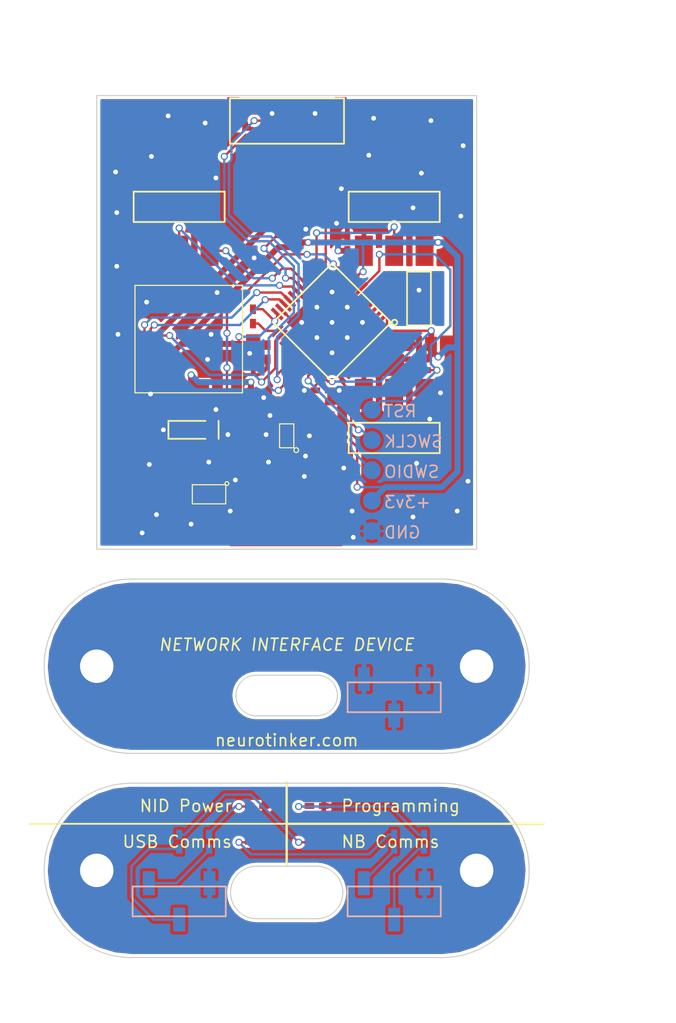
<source format=kicad_pcb>
(kicad_pcb (version 4) (host pcbnew 4.0.7-e2-6376~58~ubuntu14.04.1)
  (title_block (title "NeuroBytes Network Interface Device (NID)") (date 2018-02-01) (rev E) (company "NeuroTinker, LLC") (comment 1 "(C) 2018 Zach Fredin") (comment 2 "Drawing No. ZF-11012") (comment 3 "License: CC-BY-SA 4.0"))
  (layers (0 F.Cu signal) (31 B.Cu signal) (34 B.Paste user) (35 F.Paste user) (36 B.SilkS user) (37 F.SilkS user) (38 B.Mask user) (39 F.Mask user) (44 Edge.Cuts user))
  (net 0 "")
  (net 1 GND)
  (net 2 +5V)
  (net 3 +3V3)
  (net 4 /USB_D+)
  (net 5 /USB_D-)
  (net 6 +5VD)
  (net 7 "Net-(D1-Pad2)")
  (net 8 "Net-(D2-Pad2)")
  (net 9 "Net-(D3-Pad2)")
  (net 10 "Net-(D4-Pad2)")
  (net 11 /RST)
  (net 12 "Net-(J3-Pad4)")
  (net 13 /FAULT)
  (net 14 "Net-(R3-Pad1)")
  (net 15 "Net-(R6-Pad1)")
  (net 16 /TX)
  (net 17 /RX)
  (net 18 /LED_PROGRAMMING)
  (net 19 "Net-(U2-Pad2)")
  (net 20 "Net-(U2-Pad3)")
  (net 21 "Net-(U2-Pad4)")
  (net 22 "Net-(U2-Pad5)")
  (net 23 "Net-(U2-Pad6)")
  (net 24 "Net-(U2-Pad10)")
  (net 25 "Net-(U2-Pad11)")
  (net 26 "Net-(U2-Pad27)")
  (net 27 "Net-(U2-Pad28)")
  (net 28 "Net-(U2-Pad41)")
  (net 29 "Net-(U2-Pad42)")
  (net 30 "Net-(U2-Pad43)")
  (net 31 "Net-(U2-Pad45)")
  (net 32 "Net-(U2-Pad46)")
  (net 33 "Net-(U3-Pad4)")
  (net 34 "Net-(D5-Pad2)")
  (net 35 "Net-(Q1-Pad1)")
  (net 36 /SPEAKER)
  (net 37 "Net-(U2-Pad20)")
  (net 38 /NRST)
  (net 39 "Net-(TP2-Pad1)")
  (net 40 "Net-(TP3-Pad1)")
  (net 41 "Net-(U2-Pad38)")
  (net 42 "Net-(Q2-Pad3)")
  (net 43 /PMIC_SW)
  (net 44 "Net-(R2-Pad1)")
  (net 45 "Net-(U2-Pad14)")
  (net 46 "Net-(U2-Pad15)")
  (net 47 "Net-(U2-Pad40)")
  (net 48 "Net-(U2-Pad39)")
  (net 49 "Net-(U2-Pad29)")
  (net 50 "Net-(C6-Pad1)")
  (net 51 "Net-(C7-Pad1)")
  (net 52 "Net-(J3-Pad5)")
  (net 53 "Net-(J3-Pad1)")
  (net 54 "Net-(U4-Pad1)")
  (net 55 /LED_COMMS_NEUROBYTES)
  (net 56 /LED_COMMS_USB)
  (net 57 /GND_FRONT)
  (net 58 "Net-(FL1-Pad4)")
  (net 59 "Net-(FL1-Pad1)")
  (net 60 "Net-(J4-Pad2)")
  (net 61 "Net-(J6-Pad2)")
  (net 62 /GND_BACK)
  (net 63 "Net-(J4-Pad3)")
  (net 64 "Net-(J6-Pad3)")
  (module KiCad_Footprints:ZF_IC_UFQFPN48 (layer F.Cu) (at 50.124264 64 135)
    (fp_text reference U2)
    (fp_text value STM32F103CBUx hide)
    (pad 1 smd rect (at -2.75 3.75 135) (size 0.3 1.25) (layers F.Cu F.Paste F.Mask) (net 3 +3V3))
    (pad 2 smd rect (at -2.25 3.75 135) (size 0.3 1.25) (layers F.Cu F.Paste F.Mask) (net 19 "Net-(U2-Pad2)"))
    (pad 3 smd rect (at -1.75 3.75 135) (size 0.3 1.25) (layers F.Cu F.Paste F.Mask) (net 20 "Net-(U2-Pad3)"))
    (pad 4 smd rect (at -1.25 3.75 135) (size 0.3 1.25) (layers F.Cu F.Paste F.Mask) (net 21 "Net-(U2-Pad4)"))
    (pad 5 smd rect (at -0.75 3.75 135) (size 0.3 1.25) (layers F.Cu F.Paste F.Mask) (net 22 "Net-(U2-Pad5)"))
    (pad 6 smd rect (at -0.25 3.75 135) (size 0.3 1.25) (layers F.Cu F.Paste F.Mask) (net 23 "Net-(U2-Pad6)"))
    (pad 7 smd rect (at 0.25 3.75 135) (size 0.3 1.25) (layers F.Cu F.Paste F.Mask) (net 38 /NRST))
    (pad 8 smd rect (at 0.75 3.75 135) (size 0.3 1.25) (layers F.Cu F.Paste F.Mask) (net 1 GND))
    (pad 9 smd rect (at 1.25 3.75 135) (size 0.3 1.25) (layers F.Cu F.Paste F.Mask) (net 3 +3V3))
    (pad 10 smd rect (at 1.75 3.75 135) (size 0.3 1.25) (layers F.Cu F.Paste F.Mask) (net 24 "Net-(U2-Pad10)"))
    (pad 11 smd rect (at 2.25 3.75 135) (size 0.3 1.25) (layers F.Cu F.Paste F.Mask) (net 25 "Net-(U2-Pad11)"))
    (pad 12 smd rect (at 2.75 3.75 135) (size 0.3 1.25) (layers F.Cu F.Paste F.Mask) (net 36 /SPEAKER))
    (pad 13 smd rect (at 3.75 2.75 225) (size 0.3 1.25) (layers F.Cu F.Paste F.Mask) (net 11 /RST))
    (pad 14 smd rect (at 3.75 2.25 225) (size 0.3 1.25) (layers F.Cu F.Paste F.Mask) (net 45 "Net-(U2-Pad14)"))
    (pad 15 smd rect (at 3.75 1.75 225) (size 0.3 1.25) (layers F.Cu F.Paste F.Mask) (net 46 "Net-(U2-Pad15)"))
    (pad 16 smd rect (at 3.75 1.25 225) (size 0.3 1.25) (layers F.Cu F.Paste F.Mask) (net 55 /LED_COMMS_NEUROBYTES))
    (pad 17 smd rect (at 3.75 0.75 225) (size 0.3 1.25) (layers F.Cu F.Paste F.Mask) (net 56 /LED_COMMS_USB))
    (pad 18 smd rect (at 3.75 0.25 225) (size 0.3 1.25) (layers F.Cu F.Paste F.Mask) (net 44 "Net-(R2-Pad1)"))
    (pad 19 smd rect (at 3.75 -0.25 225) (size 0.3 1.25) (layers F.Cu F.Paste F.Mask) (net 18 /LED_PROGRAMMING))
    (pad 20 smd rect (at 3.75 -0.75 225) (size 0.3 1.25) (layers F.Cu F.Paste F.Mask) (net 37 "Net-(U2-Pad20)"))
    (pad 21 smd rect (at 3.75 -1.25 225) (size 0.3 1.25) (layers F.Cu F.Paste F.Mask) (net 13 /FAULT))
    (pad 22 smd rect (at 3.75 -1.75 225) (size 0.3 1.25) (layers F.Cu F.Paste F.Mask) (net 43 /PMIC_SW))
    (pad 23 smd rect (at 3.75 -2.25 225) (size 0.3 1.25) (layers F.Cu F.Paste F.Mask) (net 1 GND))
    (pad 24 smd rect (at 3.75 -2.75 225) (size 0.3 1.25) (layers F.Cu F.Paste F.Mask) (net 3 +3V3))
    (pad 25 smd rect (at 2.75 -3.75 315) (size 0.3 1.25) (layers F.Cu F.Paste F.Mask) (net 15 "Net-(R6-Pad1)"))
    (pad 26 smd rect (at 2.25 -3.75 315) (size 0.3 1.25) (layers F.Cu F.Paste F.Mask) (net 6 +5VD))
    (pad 27 smd rect (at 1.75 -3.75 315) (size 0.3 1.25) (layers F.Cu F.Paste F.Mask) (net 26 "Net-(U2-Pad27)"))
    (pad 28 smd rect (at 1.25 -3.75 315) (size 0.3 1.25) (layers F.Cu F.Paste F.Mask) (net 27 "Net-(U2-Pad28)"))
    (pad 29 smd rect (at 0.75 -3.75 315) (size 0.3 1.25) (layers F.Cu F.Paste F.Mask) (net 49 "Net-(U2-Pad29)"))
    (pad 30 smd rect (at 0.25 -3.75 315) (size 0.3 1.25) (layers F.Cu F.Paste F.Mask) (net 16 /TX))
    (pad 31 smd rect (at -0.25 -3.75 315) (size 0.3 1.25) (layers F.Cu F.Paste F.Mask) (net 17 /RX))
    (pad 32 smd rect (at -0.75 -3.75 315) (size 0.3 1.25) (layers F.Cu F.Paste F.Mask) (net 50 "Net-(C6-Pad1)"))
    (pad 33 smd rect (at -1.25 -3.75 315) (size 0.3 1.25) (layers F.Cu F.Paste F.Mask) (net 51 "Net-(C7-Pad1)"))
    (pad 34 smd rect (at -1.75 -3.75 315) (size 0.3 1.25) (layers F.Cu F.Paste F.Mask) (net 40 "Net-(TP3-Pad1)"))
    (pad 35 smd rect (at -2.25 -3.75 315) (size 0.3 1.25) (layers F.Cu F.Paste F.Mask) (net 1 GND))
    (pad 36 smd rect (at -2.75 -3.75 315) (size 0.3 1.25) (layers F.Cu F.Paste F.Mask) (net 3 +3V3))
    (pad 37 smd rect (at -3.75 -2.75 225) (size 0.3 1.25) (layers F.Cu F.Paste F.Mask) (net 39 "Net-(TP2-Pad1)"))
    (pad 38 smd rect (at -3.75 -2.25 225) (size 0.3 1.25) (layers F.Cu F.Paste F.Mask) (net 41 "Net-(U2-Pad38)"))
    (pad 39 smd rect (at -3.75 -1.75 225) (size 0.3 1.25) (layers F.Cu F.Paste F.Mask) (net 48 "Net-(U2-Pad39)"))
    (pad 40 smd rect (at -3.75 -1.25 225) (size 0.3 1.25) (layers F.Cu F.Paste F.Mask) (net 47 "Net-(U2-Pad40)"))
    (pad 41 smd rect (at -3.75 -0.75 225) (size 0.3 1.25) (layers F.Cu F.Paste F.Mask) (net 28 "Net-(U2-Pad41)"))
    (pad 42 smd rect (at -3.75 -0.25 225) (size 0.3 1.25) (layers F.Cu F.Paste F.Mask) (net 29 "Net-(U2-Pad42)"))
    (pad 43 smd rect (at -3.75 0.25 225) (size 0.3 1.25) (layers F.Cu F.Paste F.Mask) (net 30 "Net-(U2-Pad43)"))
    (pad 44 smd rect (at -3.75 0.75 225) (size 0.3 1.25) (layers F.Cu F.Paste F.Mask) (net 1 GND))
    (pad 45 smd rect (at -3.75 1.25 225) (size 0.3 1.25) (layers F.Cu F.Paste F.Mask) (net 31 "Net-(U2-Pad45)"))
    (pad 46 smd rect (at -3.75 1.75 225) (size 0.3 1.25) (layers F.Cu F.Paste F.Mask) (net 32 "Net-(U2-Pad46)"))
    (pad 47 smd rect (at -3.75 2.25 225) (size 0.3 1.25) (layers F.Cu F.Paste F.Mask) (net 1 GND))
    (pad 48 smd rect (at -3.75 2.75 225) (size 0.3 1.25) (layers F.Cu F.Paste F.Mask) (net 3 +3V3))
    (pad 49 smd rect (at 1.8 1.8 135) (size 1.8 1.8) (layers F.Cu F.Paste F.Mask) (net 1 GND))
    (pad 49 smd rect (at -1.8 1.8 135) (size 1.8 1.8) (layers F.Cu F.Paste F.Mask) (net 1 GND))
    (pad 49 smd rect (at -1.8 -1.8 135) (size 1.8 1.8) (layers F.Cu F.Paste F.Mask) (net 1 GND))
    (pad 49 smd rect (at 1.8 -1.8 135) (size 1.8 1.8) (layers F.Cu F.Paste F.Mask) (net 1 GND))
    (pad 49 smd rect (at 0 1.8 135) (size 1.8 1.8) (layers F.Cu F.Paste F.Mask) (net 1 GND))
    (pad 49 smd rect (at 0 0 135) (size 1.8 1.8) (layers F.Cu F.Paste F.Mask) (net 1 GND))
    (pad 49 smd rect (at 1.8 0 135) (size 1.8 1.8) (layers F.Cu F.Paste F.Mask) (net 1 GND))
    (pad 49 smd rect (at 0 -1.8 135) (size 1.8 1.8) (layers F.Cu F.Paste F.Mask) (net 1 GND))
    (pad 49 smd rect (at -1.8 0 135) (size 1.8 1.8) (layers F.Cu F.Paste F.Mask) (net 1 GND))
  )
  (module KiCad_Footprints:ZF_SMD_nonpol_1210 (layer F.Cu) (at 46.324264 52.2)
    (fp_text reference C16)
    (fp_text value 100u hide)
    (pad 1 smd rect (at -1.75 0) (size 1.5 2.3) (layers F.Cu F.Paste F.Mask) (net 6 +5VD))
    (pad 2 smd rect (at 1.75 0) (size 1.5 2.3) (layers F.Cu F.Paste F.Mask) (net 1 GND))
  )
  (module KiCad_Footprints:ZF_LOGO_OSHW (layer B.Cu) (at 46.324264 51 180)
    (fp_text reference G*** hide)
    (fp_text value LOGO hide)
  )
  (module KiCad_Footprints:ZF_SOT23-5L (layer F.Cu) (at 34.824264 75.9)
    (fp_text reference U3)
    (fp_text value LD3985G hide)
    (pad 2 smd rect (at 0 1.15 180) (size 0.6 1.2) (layers F.Cu F.Paste F.Mask) (net 1 GND))
    (pad 1 smd rect (at -0.95 1.15 180) (size 0.6 1.2) (layers F.Cu F.Paste F.Mask) (net 6 +5VD))
    (pad 3 smd rect (at 0.95 1.15 180) (size 0.6 1.2) (layers F.Cu F.Paste F.Mask) (net 6 +5VD))
    (pad 4 smd rect (at 0.95 -1.15 180) (size 0.6 1.2) (layers F.Cu F.Paste F.Mask) (net 33 "Net-(U3-Pad4)"))
    (pad 5 smd rect (at -0.95 -1.15 180) (size 0.6 1.2) (layers F.Cu F.Paste F.Mask) (net 3 +3V3))
  )
  (module KiCad_Footprints:ZF_SMD_SOT-353 (layer F.Cu) (at 46.324264 73.5 90)
    (fp_text reference U4 hide)
    (fp_text value RClamp0503F hide)
    (pad 1 smd rect (at -0.65 1 90) (size 0.3 0.8) (layers F.Cu F.Paste F.Mask) (net 54 "Net-(U4-Pad1)"))
    (pad 2 smd rect (at 0 1 90) (size 0.3 0.8) (layers F.Cu F.Paste F.Mask) (net 1 GND))
    (pad 3 smd rect (at 0.65 1 90) (size 0.3 0.8) (layers F.Cu F.Paste F.Mask) (net 4 /USB_D+))
    (pad 4 smd rect (at 0.65 -1 90) (size 0.3 0.8) (layers F.Cu F.Paste F.Mask) (net 5 /USB_D-))
    (pad 5 smd rect (at -0.65 -1 90) (size 0.3 0.8) (layers F.Cu F.Paste F.Mask) (net 2 +5V))
  )
  (module KiCad_Footprints:ZF_SOT23-6L (layer F.Cu) (at 39.824264 78.4 180)
    (fp_text reference U1)
    (fp_text value TPS2550 hide)
    (pad 5 smd rect (at 0 -1.15) (size 0.6 1.2) (layers F.Cu F.Paste F.Mask) (net 14 "Net-(R3-Pad1)"))
    (pad 2 smd rect (at 0 1.15) (size 0.6 1.2) (layers F.Cu F.Paste F.Mask) (net 1 GND))
    (pad 1 smd rect (at -0.95 1.15) (size 0.6 1.2) (layers F.Cu F.Paste F.Mask) (net 2 +5V))
    (pad 3 smd rect (at 0.95 1.15) (size 0.6 1.2) (layers F.Cu F.Paste F.Mask) (net 1 GND))
    (pad 4 smd rect (at 0.95 -1.15) (size 0.6 1.2) (layers F.Cu F.Paste F.Mask) (net 13 /FAULT))
    (pad 6 smd rect (at -0.95 -1.15) (size 0.6 1.2) (layers F.Cu F.Paste F.Mask) (net 6 +5VD))
  )
  (module KiCad_Footprints:ZF_CONN_USB-MICRO-B-SMD (layer F.Cu) (at 46.324264 81.6)
    (fp_text reference J3)
    (fp_text value USB_OTG hide)
    (pad 6 smd rect (at 3.8 0) (size 1.8 1.9) (layers F.Cu F.Paste F.Mask) (net 52 "Net-(J3-Pad5)"))
    (pad 6 smd rect (at -3.8 0) (size 1.8 1.9) (layers F.Cu F.Paste F.Mask) (net 52 "Net-(J3-Pad5)"))
    (pad 6 smd rect (at -3.1 -2.55) (size 2.1 1.6) (layers F.Cu F.Paste F.Mask) (net 52 "Net-(J3-Pad5)"))
    (pad 6 smd rect (at 3.1 -2.55) (size 2.1 1.6) (layers F.Cu F.Paste F.Mask) (net 52 "Net-(J3-Pad5)"))
    (pad 1 smd rect (at -1.3 -2.5) (size 0.4 1.5) (layers F.Cu F.Paste F.Mask) (net 53 "Net-(J3-Pad1)"))
    (pad 2 smd rect (at -0.65 -2.5) (size 0.4 1.5) (layers F.Cu F.Paste F.Mask) (net 58 "Net-(FL1-Pad4)"))
    (pad 3 smd rect (at 0 -2.5) (size 0.4 1.5) (layers F.Cu F.Paste F.Mask) (net 59 "Net-(FL1-Pad1)"))
    (pad 4 smd rect (at 0.65 -2.5) (size 0.4 1.5) (layers F.Cu F.Paste F.Mask) (net 12 "Net-(J3-Pad4)"))
    (pad 5 smd rect (at 1.3 -2.5) (size 0.4 1.5) (layers F.Cu F.Paste F.Mask) (net 52 "Net-(J3-Pad5)"))
  )
  (module KiCad_Footprints:ZF_SOT23-3L (layer F.Cu) (at 35.324264 81.4 90)
    (fp_text reference Q2)
    (fp_text value 2N7002 hide)
    (pad 3 smd rect (at 0 1.15 270) (size 0.6 1.2) (layers F.Cu F.Paste F.Mask) (net 42 "Net-(Q2-Pad3)"))
    (pad 1 smd rect (at 0.95 -1.15 270) (size 0.6 1.2) (layers F.Cu F.Paste F.Mask) (net 43 /PMIC_SW))
    (pad 2 smd rect (at -0.95 -1.15 270) (size 0.6 1.2) (layers F.Cu F.Paste F.Mask) (net 1 GND))
  )
  (module KiCad_Footprints:ZF_Piezo_PKMCS (layer F.Cu) (at 38.124264 65.4 90)
    (fp_text reference LS1 hide)
    (fp_text value Speaker_Crystal)
    (pad 1 smd rect (at 4.5 0 90) (size 2 3.4) (layers F.Cu F.Paste F.Mask) (net 6 +5VD))
    (pad 2 smd rect (at -4.5 0 90) (size 2 3.4) (layers F.Cu F.Paste F.Mask) (net 34 "Net-(D5-Pad2)"))
  )
  (module KiCad_Footprints:ZF_CONN_1-5mm_pad (layer B.Cu) (at 53.454264 73.855416 270)
    (fp_text reference TP2 hide)
    (fp_text value SWCLK hide)
    (pad 1 connect circle (at 0 0 270) (size 1.5 1.5) (layers B.Cu B.Mask) (net 39 "Net-(TP2-Pad1)"))
  )
  (module KiCad_Footprints:ZF_CONN_1-5mm_pad (layer B.Cu) (at 53.454264 76.395416 270)
    (fp_text reference TP3 hide)
    (fp_text value SWDIO hide)
    (pad 1 connect circle (at 0 0 270) (size 1.5 1.5) (layers B.Cu B.Mask) (net 40 "Net-(TP3-Pad1)"))
  )
  (module KiCad_Footprints:ZF_CONN_1-5mm_pad (layer B.Cu) (at 53.454264 71.315416 270)
    (fp_text reference TP1 hide)
    (fp_text value NRST hide)
    (pad 1 connect circle (at 0 0 270) (size 1.5 1.5) (layers B.Cu B.Mask) (net 38 /NRST))
  )
  (module KiCad_Footprints:ZF_SMD_NonPol_0402_cap (layer F.Cu) (at 42.024264 75.7 90)
    (fp_text reference C1)
    (fp_text value 100n hide)
    (pad 1 smd rect (at -0.6 0 90) (size 0.8 0.5) (layers F.Cu F.Paste F.Mask) (net 1 GND))
    (pad 2 smd rect (at 0.6 0 90) (size 0.8 0.5) (layers F.Cu F.Paste F.Mask) (net 2 +5V))
  )
  (module KiCad_Footprints:ZF_SMD_NonPol_0402_cap (layer F.Cu) (at 57.4 68 180)
    (fp_text reference C2)
    (fp_text value 100n hide)
    (pad 1 smd rect (at -0.6 0 180) (size 0.8 0.5) (layers F.Cu F.Paste F.Mask) (net 38 /NRST))
    (pad 2 smd rect (at 0.6 0 180) (size 0.8 0.5) (layers F.Cu F.Paste F.Mask) (net 1 GND))
  )
  (module KiCad_Footprints:ZF_SMD_NonPol_0402_cap (layer F.Cu) (at 57.4 67.1 180)
    (fp_text reference C3)
    (fp_text value 100n hide)
    (pad 1 smd rect (at -0.6 0 180) (size 0.8 0.5) (layers F.Cu F.Paste F.Mask) (net 3 +3V3))
    (pad 2 smd rect (at 0.6 0 180) (size 0.8 0.5) (layers F.Cu F.Paste F.Mask) (net 1 GND))
  )
  (module KiCad_Footprints:ZF_SMD_NonPol_0402_cap (layer F.Cu) (at 49.324264 69.7)
    (fp_text reference C4)
    (fp_text value 100n hide)
    (pad 1 smd rect (at -0.6 0) (size 0.8 0.5) (layers F.Cu F.Paste F.Mask) (net 3 +3V3))
    (pad 2 smd rect (at 0.6 0) (size 0.8 0.5) (layers F.Cu F.Paste F.Mask) (net 1 GND))
  )
  (module KiCad_Footprints:ZF_SMD_NonPol_0603 (layer F.Cu) (at 57.4 65.8 180)
    (fp_text reference C5)
    (fp_text value 4u7 hide)
    (pad 1 smd rect (at -1 0 180) (size 1 1.2) (layers F.Cu F.Paste F.Mask) (net 3 +3V3))
    (pad 2 smd rect (at 1 0 180) (size 1 1.2) (layers F.Cu F.Paste F.Mask) (net 1 GND))
  )
  (module KiCad_Footprints:ZF_SMD_NonPol_0402_cap (layer F.Cu) (at 45.524264 71.2 270)
    (fp_text reference C6)
    (fp_text value 47p hide)
    (pad 1 smd rect (at -0.6 0 270) (size 0.8 0.5) (layers F.Cu F.Paste F.Mask) (net 50 "Net-(C6-Pad1)"))
    (pad 2 smd rect (at 0.6 0 270) (size 0.8 0.5) (layers F.Cu F.Paste F.Mask) (net 1 GND))
  )
  (module KiCad_Footprints:ZF_SMD_NonPol_0402_cap (layer F.Cu) (at 49.324264 70.7)
    (fp_text reference C7)
    (fp_text value 47p hide)
    (pad 1 smd rect (at -0.6 0) (size 0.8 0.5) (layers F.Cu F.Paste F.Mask) (net 51 "Net-(C7-Pad1)"))
    (pad 2 smd rect (at 0.6 0) (size 0.8 0.5) (layers F.Cu F.Paste F.Mask) (net 1 GND))
  )
  (module KiCad_Footprints:ZF_SMD_NonPol_0402_cap (layer F.Cu) (at 51.4 57.4 90)
    (fp_text reference C8)
    (fp_text value 100n hide)
    (pad 1 smd rect (at -0.6 0 90) (size 0.8 0.5) (layers F.Cu F.Paste F.Mask) (net 3 +3V3))
    (pad 2 smd rect (at 0.6 0 90) (size 0.8 0.5) (layers F.Cu F.Paste F.Mask) (net 1 GND))
  )
  (module KiCad_Footprints:ZF_SMD_NonPol_0603 (layer F.Cu) (at 43.524264 66.5 270)
    (fp_text reference C9)
    (fp_text value 1u hide)
    (pad 1 smd rect (at -1 0 270) (size 1 1.2) (layers F.Cu F.Paste F.Mask) (net 3 +3V3))
    (pad 2 smd rect (at 1 0 270) (size 1 1.2) (layers F.Cu F.Paste F.Mask) (net 1 GND))
  )
  (module KiCad_Footprints:ZF_SMD_NonPol_0402_cap (layer F.Cu) (at 44.724264 66.5 270)
    (fp_text reference C10)
    (fp_text value 100n hide)
    (pad 1 smd rect (at -0.6 0 270) (size 0.8 0.5) (layers F.Cu F.Paste F.Mask) (net 3 +3V3))
    (pad 2 smd rect (at 0.6 0 270) (size 0.8 0.5) (layers F.Cu F.Paste F.Mask) (net 1 GND))
  )
  (module KiCad_Footprints:ZF_SMD_NonPol_0603 (layer F.Cu) (at 37.224264 75.9 270)
    (fp_text reference C11)
    (fp_text value 1u hide)
    (pad 1 smd rect (at -1 0 270) (size 1 1.2) (layers F.Cu F.Paste F.Mask) (net 6 +5VD))
    (pad 2 smd rect (at 1 0 270) (size 1 1.2) (layers F.Cu F.Paste F.Mask) (net 1 GND))
  )
  (module KiCad_Footprints:ZF_SMD_NonPol_0603 (layer F.Cu) (at 34.824264 72.1 90)
    (fp_text reference C12)
    (fp_text value 1u hide)
    (pad 1 smd rect (at -1 0 90) (size 1 1.2) (layers F.Cu F.Paste F.Mask) (net 3 +3V3))
    (pad 2 smd rect (at 1 0 90) (size 1 1.2) (layers F.Cu F.Paste F.Mask) (net 1 GND))
  )
  (module KiCad_Footprints:ZF_SMD_NonPol_0402 (layer F.Cu) (at 43.824264 104.5 180)
    (fp_text reference D1)
    (fp_text value LED_POWER hide)
    (pad 1 smd rect (at -0.6 0 180) (size 0.8 0.5) (layers F.Cu F.Paste F.Mask) (net 57 /GND_FRONT))
    (pad 2 smd rect (at 0.6 0 180) (size 0.8 0.5) (layers F.Cu F.Paste F.Mask) (net 7 "Net-(D1-Pad2)"))
  )
  (module KiCad_Footprints:ZF_SMD_NonPol_0402 (layer F.Cu) (at 48.824264 107.5 180)
    (fp_text reference D2)
    (fp_text value LED_NB hide)
    (pad 1 smd rect (at -0.6 0 180) (size 0.8 0.5) (layers F.Cu F.Paste F.Mask) (net 57 /GND_FRONT))
    (pad 2 smd rect (at 0.6 0 180) (size 0.8 0.5) (layers F.Cu F.Paste F.Mask) (net 8 "Net-(D2-Pad2)"))
  )
  (module KiCad_Footprints:ZF_SMD_NonPol_0402 (layer F.Cu) (at 43.824264 107.5 180)
    (fp_text reference D3)
    (fp_text value LED_USB hide)
    (pad 1 smd rect (at -0.6 0 180) (size 0.8 0.5) (layers F.Cu F.Paste F.Mask) (net 57 /GND_FRONT))
    (pad 2 smd rect (at 0.6 0 180) (size 0.8 0.5) (layers F.Cu F.Paste F.Mask) (net 9 "Net-(D3-Pad2)"))
  )
  (module KiCad_Footprints:ZF_SMD_NonPol_0402 (layer F.Cu) (at 48.824264 104.5 180)
    (fp_text reference D4)
    (fp_text value LED_PROG hide)
    (pad 1 smd rect (at -0.6 0 180) (size 0.8 0.5) (layers F.Cu F.Paste F.Mask) (net 57 /GND_FRONT))
    (pad 2 smd rect (at 0.6 0 180) (size 0.8 0.5) (layers F.Cu F.Paste F.Mask) (net 10 "Net-(D4-Pad2)"))
  )
  (module KiCad_Footprints:ZF_CONN_JST_GH_5POS (layer F.Cu) (at 46.347918 47.934924 90)
    (fp_text reference J1)
    (fp_text value CONN_01X05 hide)
    (pad 3 smd rect (at -1.6 0 180) (size 0.6 1.7) (layers F.Cu F.Paste F.Mask) (net 16 /TX))
    (pad 4 smd rect (at -1.6 -1.25 180) (size 0.6 1.7) (layers F.Cu F.Paste F.Mask) (net 17 /RX))
    (pad 2 smd rect (at -1.6 1.25 180) (size 0.6 1.7) (layers F.Cu F.Paste F.Mask) (net 11 /RST))
    (pad 1 smd rect (at -1.6 2.5 180) (size 0.6 1.7) (layers F.Cu F.Paste F.Mask) (net 1 GND))
    (pad "" smd rect (at 1.45 -4.5 180) (size 1 2.7) (layers F.Cu F.Paste F.Mask))
    (pad "" smd rect (at 1.45 4.5 180) (size 1 2.7) (layers F.Cu F.Paste F.Mask))
    (pad 5 smd rect (at -1.6 -2.5 90) (size 1.7 0.6) (layers F.Cu F.Paste F.Mask) (net 6 +5VD))
  )
  (module KiCad_Footprints:ZF_SMD_NonPol_0402 (layer F.Cu) (at 49.324264 71.7)
    (fp_text reference R1)
    (fp_text value 1k5 hide)
    (pad 1 smd rect (at -0.6 0) (size 0.8 0.5) (layers F.Cu F.Paste F.Mask) (net 4 /USB_D+))
    (pad 2 smd rect (at 0.6 0) (size 0.8 0.5) (layers F.Cu F.Paste F.Mask) (net 3 +3V3))
  )
  (module KiCad_Footprints:ZF_SMD_NonPol_0402 (layer F.Cu) (at 46.324264 56.7)
    (fp_text reference R2)
    (fp_text value JMP hide)
    (pad 1 smd rect (at -0.6 0) (size 0.8 0.5) (layers F.Cu F.Paste F.Mask) (net 44 "Net-(R2-Pad1)"))
    (pad 2 smd rect (at 0.6 0) (size 0.8 0.5) (layers F.Cu F.Paste F.Mask) (net 3 +3V3))
  )
  (module KiCad_Footprints:ZF_SMD_NonPol_0402 (layer F.Cu) (at 39.824264 80.9 180)
    (fp_text reference R3)
    (fp_text value 243k hide)
    (pad 1 smd rect (at -0.6 0 180) (size 0.8 0.5) (layers F.Cu F.Paste F.Mask) (net 14 "Net-(R3-Pad1)"))
    (pad 2 smd rect (at 0.6 0 180) (size 0.8 0.5) (layers F.Cu F.Paste F.Mask) (net 1 GND))
  )
  (module KiCad_Footprints:ZF_SMD_NonPol_0402 (layer F.Cu) (at 46.524264 71.2 270)
    (fp_text reference R4)
    (fp_text value 22R hide)
    (pad 1 smd rect (at -0.6 0 270) (size 0.8 0.5) (layers F.Cu F.Paste F.Mask) (net 50 "Net-(C6-Pad1)"))
    (pad 2 smd rect (at 0.6 0 270) (size 0.8 0.5) (layers F.Cu F.Paste F.Mask) (net 5 /USB_D-))
  )
  (module KiCad_Footprints:ZF_SMD_NonPol_0402 (layer F.Cu) (at 47.524264 71.2 270)
    (fp_text reference R5)
    (fp_text value 22R hide)
    (pad 1 smd rect (at -0.6 0 270) (size 0.8 0.5) (layers F.Cu F.Paste F.Mask) (net 51 "Net-(C7-Pad1)"))
    (pad 2 smd rect (at 0.6 0 270) (size 0.8 0.5) (layers F.Cu F.Paste F.Mask) (net 4 /USB_D+))
  )
  (module KiCad_Footprints:ZF_SMD_NonPol_0402 (layer B.Cu) (at 39.824264 107.5 270)
    (fp_text reference R11)
    (fp_text value R hide)
    (pad 1 smd rect (at -0.6 0 270) (size 0.8 0.5) (layers B.Cu B.Paste B.Mask) (net 7 "Net-(D1-Pad2)"))
    (pad 2 smd rect (at 0.6 0 270) (size 0.8 0.5) (layers B.Cu B.Paste B.Mask) (net 63 "Net-(J4-Pad3)"))
  )
  (module KiCad_Footprints:ZF_SMD_NonPol_0402 (layer B.Cu) (at 37.324264 107.5 270)
    (fp_text reference R12)
    (fp_text value R hide)
    (pad 1 smd rect (at -0.6 0 270) (size 0.8 0.5) (layers B.Cu B.Paste B.Mask) (net 8 "Net-(D2-Pad2)"))
    (pad 2 smd rect (at 0.6 0 270) (size 0.8 0.5) (layers B.Cu B.Paste B.Mask) (net 60 "Net-(J4-Pad2)"))
  )
  (module KiCad_Footprints:ZF_SMD_NonPol_0402 (layer B.Cu) (at 55.324264 107.5 270)
    (fp_text reference R13)
    (fp_text value R hide)
    (pad 1 smd rect (at -0.6 0 270) (size 0.8 0.5) (layers B.Cu B.Paste B.Mask) (net 9 "Net-(D3-Pad2)"))
    (pad 2 smd rect (at 0.6 0 270) (size 0.8 0.5) (layers B.Cu B.Paste B.Mask) (net 64 "Net-(J6-Pad3)"))
  )
  (module KiCad_Footprints:ZF_SMD_NonPol_0402 (layer B.Cu) (at 57.824264 107.5 270)
    (fp_text reference R14)
    (fp_text value R hide)
    (pad 1 smd rect (at -0.6 0 270) (size 0.8 0.5) (layers B.Cu B.Paste B.Mask) (net 10 "Net-(D4-Pad2)"))
    (pad 2 smd rect (at 0.6 0 270) (size 0.8 0.5) (layers B.Cu B.Paste B.Mask) (net 61 "Net-(J6-Pad2)"))
  )
  (module KiCad_Footprints:ZF_XTAL_PBRV_M (layer F.Cu) (at 57.4 62 90)
    (fp_text reference Y1 hide)
    (fp_text value "8 MHz" hide)
    (pad 1 smd rect (at -1.5 0 90) (size 0.4 1.7) (layers F.Cu F.Paste F.Mask) (net 22 "Net-(U2-Pad5)"))
    (pad 2 smd rect (at 0 0 90) (size 0.4 1.7) (layers F.Cu F.Paste F.Mask) (net 1 GND))
    (pad 3 smd rect (at 1.5 0 90) (size 0.4 1.7) (layers F.Cu F.Paste F.Mask) (net 23 "Net-(U2-Pad6)"))
    (pad 1 smd rect (at -1.5 1.25 90) (size 1 0.8) (layers F.Cu F.Paste F.Mask) (net 22 "Net-(U2-Pad5)"))
    (pad 2 smd rect (at 0 1.25 90) (size 1 0.8) (layers F.Cu F.Paste F.Mask) (net 1 GND))
    (pad 3 smd rect (at 1.5 1.25 90) (size 1 0.8) (layers F.Cu F.Paste F.Mask) (net 23 "Net-(U2-Pad6)"))
    (pad 3 smd rect (at 1.5 -1.25 90) (size 1 0.8) (layers F.Cu F.Paste F.Mask) (net 23 "Net-(U2-Pad6)"))
    (pad 2 smd rect (at 0 -1.25 90) (size 1 0.8) (layers F.Cu F.Paste F.Mask) (net 1 GND))
    (pad 1 smd rect (at -1.5 -1.25 90) (size 1 0.8) (layers F.Cu F.Paste F.Mask) (net 22 "Net-(U2-Pad5)"))
  )
  (module KiCad_Footprints:ZF_SMD_pol_0805 (layer F.Cu) (at 38.524264 73)
    (fp_text reference D5)
    (fp_text value D hide)
    (pad 2 smd rect (at 1.25 0) (size 1.5 1.25) (layers F.Cu F.Paste F.Mask) (net 34 "Net-(D5-Pad2)"))
    (pad 1 smd rect (at -1.25 0) (size 1.5 1.25) (layers F.Cu F.Paste F.Mask) (net 6 +5VD))
  )
  (module KiCad_Footprints:ZF_SOT23-3L (layer F.Cu) (at 43.324264 71.2 180)
    (fp_text reference Q1)
    (fp_text value MMBT3904 hide)
    (pad 3 smd rect (at 0 1.15) (size 0.6 1.2) (layers F.Cu F.Paste F.Mask) (net 34 "Net-(D5-Pad2)"))
    (pad 1 smd rect (at 0.95 -1.15) (size 0.6 1.2) (layers F.Cu F.Paste F.Mask) (net 35 "Net-(Q1-Pad1)"))
    (pad 2 smd rect (at -0.95 -1.15) (size 0.6 1.2) (layers F.Cu F.Paste F.Mask) (net 1 GND))
  )
  (module KiCad_Footprints:ZF_SMD_NonPol_0402 (layer F.Cu) (at 41.324264 71.2 90)
    (fp_text reference R15)
    (fp_text value 1k hide)
    (pad 1 smd rect (at -0.6 0 90) (size 0.8 0.5) (layers F.Cu F.Paste F.Mask) (net 35 "Net-(Q1-Pad1)"))
    (pad 2 smd rect (at 0.6 0 90) (size 0.8 0.5) (layers F.Cu F.Paste F.Mask) (net 36 /SPEAKER))
  )
  (module KiCad_Footprints:ZF_SMD_NonPol_0402 (layer F.Cu) (at 43.5 63.5 90)
    (fp_text reference R6)
    (fp_text value 10k hide)
    (pad 1 smd rect (at -0.6 0 90) (size 0.8 0.5) (layers F.Cu F.Paste F.Mask) (net 15 "Net-(R6-Pad1)"))
    (pad 2 smd rect (at 0.6 0 90) (size 0.8 0.5) (layers F.Cu F.Paste F.Mask) (net 3 +3V3))
  )
  (module KiCad_Footprints:ZF_SMD_NonPol_0402 (layer F.Cu) (at 39.824264 81.9)
    (fp_text reference R7)
    (fp_text value 57k6 hide)
    (pad 1 smd rect (at -0.6 0) (size 0.8 0.5) (layers F.Cu F.Paste F.Mask) (net 42 "Net-(Q2-Pad3)"))
    (pad 2 smd rect (at 0.6 0) (size 0.8 0.5) (layers F.Cu F.Paste F.Mask) (net 14 "Net-(R3-Pad1)"))
  )
  (module KiCad_Footprints:ZF_SMD_NonPol_0402 (layer F.Cu) (at 35.324264 79.4 180)
    (fp_text reference R8)
    (fp_text value 10k hide)
    (pad 1 smd rect (at -0.6 0 180) (size 0.8 0.5) (layers F.Cu F.Paste F.Mask) (net 1 GND))
    (pad 2 smd rect (at 0.6 0 180) (size 0.8 0.5) (layers F.Cu F.Paste F.Mask) (net 43 /PMIC_SW))
  )
  (module KiCad_Footprints:ZF_SMD_NonPol_0603 (layer F.Cu) (at 46.324264 54.5)
    (fp_text reference C13)
    (fp_text value 4u7 hide)
    (pad 1 smd rect (at -1 0) (size 1 1.2) (layers F.Cu F.Paste F.Mask) (net 6 +5VD))
    (pad 2 smd rect (at 1 0) (size 1 1.2) (layers F.Cu F.Paste F.Mask) (net 1 GND))
  )
  (module KiCad_Footprints:ZF_SMD_NonPol_0402_cap (layer F.Cu) (at 46.324264 55.8)
    (fp_text reference C14)
    (fp_text value 100n hide)
    (pad 1 smd rect (at -0.6 0) (size 0.8 0.5) (layers F.Cu F.Paste F.Mask) (net 6 +5VD))
    (pad 2 smd rect (at 0.6 0) (size 0.8 0.5) (layers F.Cu F.Paste F.Mask) (net 1 GND))
  )
  (module KiCad_Footprints:ZF_SMD_NonPol_0603 (layer F.Cu) (at 39.824264 75.7 180)
    (fp_text reference C15)
    (fp_text value 1u hide)
    (pad 1 smd rect (at -1 0 180) (size 1 1.2) (layers F.Cu F.Paste F.Mask) (net 2 +5V))
    (pad 2 smd rect (at 1 0 180) (size 1 1.2) (layers F.Cu F.Paste F.Mask) (net 1 GND))
  )
  (module KiCad_Footprints:ZF_SMD_NonPol_0402 (layer F.Cu) (at 38.524264 71.6 180)
    (fp_text reference R9)
    (fp_text value 1k hide)
    (pad 1 smd rect (at -0.6 0 180) (size 0.8 0.5) (layers F.Cu F.Paste F.Mask) (net 34 "Net-(D5-Pad2)"))
    (pad 2 smd rect (at 0.6 0 180) (size 0.8 0.5) (layers F.Cu F.Paste F.Mask) (net 6 +5VD))
  )
  (module KiCad_Footprints:ZF_CONN_1-5mm_pad (layer B.Cu) (at 53.454264 81.475416 270)
    (fp_text reference TP4 hide)
    (fp_text value GND hide)
    (pad 1 connect circle (at 0 0 270) (size 1.5 1.5) (layers B.Cu B.Mask) (net 1 GND))
  )
  (module KiCad_Footprints:ZF_CONN_1-5mm_pad (layer B.Cu) (at 53.454264 78.935416 270)
    (fp_text reference TP5 hide)
    (fp_text value 3v3 hide)
    (pad 1 connect circle (at 0 0 270) (size 1.5 1.5) (layers B.Cu B.Mask) (net 3 +3V3))
  )
  (module KiCad_Footprints:ZF_STRUCT_M2-6-hole (layer F.Cu) (at 30.424264 92.8)
    (fp_text reference REF** hide)
    (fp_text value ZF_STRUCT_M2-6-hole hide)
    (pad 1 thru_hole circle (at 0 0) (size 5 5) (drill 2.8) (layers *.Cu *.Mask) (net 62 /GND_BACK))
  )
  (module KiCad_Footprints:ZF_STRUCT_M2-6-hole (layer F.Cu) (at 62.224264 92.8)
    (fp_text reference REF** hide)
    (fp_text value ZF_STRUCT_M2-6-hole hide)
    (pad 1 thru_hole circle (at 0 0) (size 5 5) (drill 2.8) (layers *.Cu *.Mask) (net 62 /GND_BACK))
  )
  (module KiCad_Footprints:ZF_STRUCT_M2-6-hole (layer F.Cu) (at 62.224264 109.9)
    (fp_text reference REF** hide)
    (fp_text value ZF_STRUCT_M2-6-hole hide)
    (pad 1 thru_hole circle (at 0 0) (size 5 5) (drill 2.8) (layers *.Cu *.Mask) (net 57 /GND_FRONT))
  )
  (module KiCad_Footprints:ZF_STRUCT_M2-6-hole (layer F.Cu) (at 30.424264 109.9)
    (fp_text reference REF** hide)
    (fp_text value ZF_STRUCT_M2-6-hole hide)
    (pad 1 thru_hole circle (at 0 0) (size 5 5) (drill 2.8) (layers *.Cu *.Mask) (net 57 /GND_FRONT))
  )
  (module KiCad_Footprints:ZF_SMD_CMC_0805 (layer F.Cu) (at 46.324264 76.5 90)
    (fp_text reference FL1 hide)
    (fp_text value EMI_Filter_LL-rev hide)
    (pad 4 smd rect (at -0.95 -0.43 90) (size 1 0.5) (layers F.Cu F.Paste F.Mask) (net 58 "Net-(FL1-Pad4)"))
    (pad 1 smd rect (at -0.95 0.43 90) (size 1 0.5) (layers F.Cu F.Paste F.Mask) (net 59 "Net-(FL1-Pad1)"))
    (pad 2 smd rect (at 0.95 0.43 90) (size 1 0.5) (layers F.Cu F.Paste F.Mask) (net 4 /USB_D+))
    (pad 3 smd rect (at 0.95 -0.43 90) (size 1 0.5) (layers F.Cu F.Paste F.Mask) (net 5 /USB_D-))
  )
  (module KiCad_Footprints:ZF_CONN_FHDR_SMD_3 (layer B.Cu) (at 37.324264 112.5 180)
    (fp_text reference J4 hide)
    (fp_text value Conn_01x03_Female hide)
    (pad 1 smd rect (at -2.54 1.524 180) (size 1 2) (layers B.Cu B.Paste B.Mask) (net 57 /GND_FRONT))
    (pad 2 smd rect (at 0 -1.524 180) (size 1 2) (layers B.Cu B.Paste B.Mask) (net 60 "Net-(J4-Pad2)"))
    (pad 3 smd rect (at 2.54 1.524 180) (size 1 2) (layers B.Cu B.Paste B.Mask) (net 63 "Net-(J4-Pad3)"))
  )
  (module KiCad_Footprints:ZF_CONN_FHDR_SMD_3 (layer B.Cu) (at 55.324264 112.5 180)
    (fp_text reference J6 hide)
    (fp_text value Conn_01x03_Female hide)
    (pad 1 smd rect (at -2.54 1.524 180) (size 1 2) (layers B.Cu B.Paste B.Mask) (net 57 /GND_FRONT))
    (pad 2 smd rect (at 0 -1.524 180) (size 1 2) (layers B.Cu B.Paste B.Mask) (net 61 "Net-(J6-Pad2)"))
    (pad 3 smd rect (at 2.54 1.524 180) (size 1 2) (layers B.Cu B.Paste B.Mask) (net 64 "Net-(J6-Pad3)"))
  )
  (module KiCad_Footprints:ZF_CONN_FHDR_SMD_3 (layer B.Cu) (at 55.324264 95.4 180)
    (fp_text reference J8 hide)
    (fp_text value Conn_01x03_Female hide)
    (pad 1 smd rect (at -2.54 1.524 180) (size 1 2) (layers B.Cu B.Paste B.Mask) (net 62 /GND_BACK))
    (pad 2 smd rect (at 0 -1.524 180) (size 1 2) (layers B.Cu B.Paste B.Mask) (net 62 /GND_BACK))
    (pad 3 smd rect (at 2.54 1.524 180) (size 1 2) (layers B.Cu B.Paste B.Mask) (net 62 /GND_BACK))
  )
  (module KiCad_Footprints:ZF_SMD_nonpol_1206 (layer F.Cu) (at 43.324264 75.5 270)
    (fp_text reference L1)
    (fp_text value Ferrite_Bead hide)
    (pad 1 smd rect (at -1.3 0 270) (size 1.8 1.25) (layers F.Cu F.Paste F.Mask) (net 2 +5V))
    (pad 2 smd rect (at 1.3 0 270) (size 1.8 1.25) (layers F.Cu F.Paste F.Mask) (net 53 "Net-(J3-Pad1)"))
  )
  (module KiCad_Footprints:ZF_SMD_nonpol_1206 (layer F.Cu) (at 49.324264 75.5 90)
    (fp_text reference L2)
    (fp_text value Ferrite_Bead hide)
    (pad 1 smd rect (at -1.3 0 90) (size 1.8 1.25) (layers F.Cu F.Paste F.Mask) (net 52 "Net-(J3-Pad5)"))
    (pad 2 smd rect (at 1.3 0 90) (size 1.8 1.25) (layers F.Cu F.Paste F.Mask) (net 1 GND))
  )
  (module KiCad_Footprints:ZF_CONN_SERVO_HDR_SMT (layer F.Cu) (at 55.324264 70 270)
    (fp_text reference J7)
    (fp_text value Conn_01x03)
    (pad 1 smd rect (at 0 2.54 270) (size 2.54 1.5) (layers F.Cu F.Paste F.Mask) (net 1 GND))
    (pad 2 smd rect (at 0 0 270) (size 2.54 1.5) (layers F.Cu F.Paste F.Mask) (net 1 GND))
    (pad 3 smd rect (at 0 -2.54 270) (size 2.54 1.5) (layers F.Cu F.Paste F.Mask) (net 1 GND))
  )
  (module KiCad_Footprints:ZF_CONN_SERVO_HDR_SMT (layer F.Cu) (at 37.324264 58 90)
    (fp_text reference J5)
    (fp_text value Conn_01x03)
    (pad 1 smd rect (at 0 2.54 90) (size 2.54 1.5) (layers F.Cu F.Paste F.Mask) (net 56 /LED_COMMS_USB))
    (pad 2 smd rect (at 0 0 90) (size 2.54 1.5) (layers F.Cu F.Paste F.Mask) (net 18 /LED_PROGRAMMING))
    (pad 3 smd rect (at 0 -2.54 90) (size 2.54 1.5) (layers F.Cu F.Paste F.Mask) (net 1 GND))
  )
  (module KiCad_Footprints:ZF_CONN_SERVO_HDR_SMT (layer F.Cu) (at 55.324264 58 90)
    (fp_text reference J2)
    (fp_text value Conn_01x03)
    (pad 1 smd rect (at 0 2.54 90) (size 2.54 1.5) (layers F.Cu F.Paste F.Mask) (net 3 +3V3))
    (pad 2 smd rect (at 0 0 90) (size 2.54 1.5) (layers F.Cu F.Paste F.Mask) (net 55 /LED_COMMS_NEUROBYTES))
    (pad 3 smd rect (at 0 -2.54 90) (size 2.54 1.5) (layers F.Cu F.Paste F.Mask) (net 1 GND))
  )
  (module KiCad_Footprints:ZF_LOGO_MN_justmask (layer B.Cu) (at 37.3 92.5 180)
    (fp_text reference G*** hide)
    (fp_text value LOGO hide)
  )
  (gr_line (start 46.324264 106) (end 67.824264 106) (layer F.SilkS) (width 0.2))
  (gr_line (start 46.324264 106) (end 24.824264 106) (layer F.SilkS) (width 0.15))
  (gr_line (start 46.324264 109.5) (end 46.324264 102.5) (layer F.SilkS) (width 0.2))
  (gr_text neurotinker.com (at 46.324264 99) (layer F.SilkS) (effects (font (size 1 1) (thickness 0.14))))
  (gr_text Programming (at 50.824264 104.5) (layer F.SilkS) (effects (font (size 1 1) (thickness 0.14)) (justify left)))
  (gr_text "USB Comms" (at 41.824264 107.5) (layer F.SilkS) (effects (font (size 1 1) (thickness 0.14)) (justify right)))
  (gr_text "NB Comms" (at 50.824264 107.5) (layer F.SilkS) (effects (font (size 1 1) (thickness 0.14)) (justify left)))
  (gr_text "NID Power" (at 41.824264 104.5) (layer F.SilkS) (effects (font (size 1 1) (thickness 0.14)) (justify right)))
  (gr_arc (start 48.824264 111.75) (end 48.824264 109.55) (angle 180) (layer Edge.Cuts) (width 0.1))
  (gr_line (start 43.824264 113.95) (end 48.824264 113.95) (layer Edge.Cuts) (width 0.1))
  (gr_line (start 43.824264 109.55) (end 48.824264 109.55) (layer Edge.Cuts) (width 0.1))
  (gr_arc (start 43.824264 111.75) (end 43.824264 113.95) (angle 180) (layer Edge.Cuts) (width 0.1))
  (gr_arc (start 48.874264 95.25) (end 48.874264 93.55) (angle 180) (layer Edge.Cuts) (width 0.1))
  (gr_line (start 43.774264 96.95) (end 48.874264 96.95) (layer Edge.Cuts) (width 0.1))
  (gr_line (start 43.774264 93.55) (end 48.874264 93.55) (layer Edge.Cuts) (width 0.1))
  (gr_arc (start 43.774264 95.25) (end 43.774264 96.95) (angle 180) (layer Edge.Cuts) (width 0.1))
  (gr_arc (start 33.324264 109.9) (end 33.324264 117.2) (angle 180) (layer Edge.Cuts) (width 0.1))
  (gr_line (start 59.324264 102.6) (end 33.324264 102.6) (layer Edge.Cuts) (width 0.1))
  (gr_line (start 33.324264 117.2) (end 59.324264 117.2) (layer Edge.Cuts) (width 0.1))
  (gr_arc (start 59.324264 109.9) (end 59.324264 102.6) (angle 180) (layer Edge.Cuts) (width 0.1))
  (gr_line (start 33.324264 100.1) (end 59.324264 100.1) (layer Edge.Cuts) (width 0.1))
  (gr_line (start 59.324264 85.5) (end 33.324264 85.5) (layer Edge.Cuts) (width 0.1))
  (gr_arc (start 59.324264 92.8) (end 59.324264 85.5) (angle 180) (layer Edge.Cuts) (width 0.1))
  (gr_arc (start 33.324264 92.8) (end 33.324264 100.1) (angle 180) (layer Edge.Cuts) (width 0.1))
  (gr_line (start 30.424264 44.999999) (end 30.424264 83) (layer Edge.Cuts) (width 0.1))
  (gr_line (start 62.224264 45) (end 30.424264 44.999999) (layer Edge.Cuts) (width 0.1))
  (gr_line (start 62.224264 83) (end 62.224264 45) (layer Edge.Cuts) (width 0.1))
  (gr_line (start 30.424264 83) (end 62.224264 83) (layer Edge.Cuts) (width 0.1))
  (gr_text GND (at 54.384264 81.595) (layer B.SilkS) (effects (font (size 1 1) (thickness 0.14)) (justify right mirror)))
  (gr_text +3v3 (at 54.384264 79.055) (layer B.SilkS) (effects (font (size 1 1) (thickness 0.14)) (justify right mirror)))
  (gr_text "rev F" (at 31.824264 47.7 270) (layer F.Cu) (effects (font (size 1 1) (thickness 0.14))))
  (gr_text "NETWORK INTERFACE DEVICE" (at 46.324264 91) (layer F.SilkS) (effects (font (size 1 1) (thickness 0.14) italic)))
  (gr_text SWDIO (at 54.384264 76.515) (layer B.SilkS) (effects (font (size 1 1) (thickness 0.14)) (justify right mirror)))
  (gr_text SWCLK (at 54.384264 73.975) (layer B.SilkS) (effects (font (size 1 1) (thickness 0.14)) (justify right mirror)))
  (gr_text RST (at 54.384264 71.435) (layer B.SilkS) (effects (font (size 1 1) (thickness 0.14)) (justify right mirror)))
  (segment (start 57.4 62) (end 57.4 61.3) (width 0.5) (layer F.Cu) (net 1))
  (via (at 57.4 61.3) (size 0.6) (drill 0.4) (layers F.Cu B.Cu) (net 1))
  (segment (start 43.300001 58.300001) (end 43.6 58.6) (width 0.2) (layer B.Cu) (net 1))
  (segment (start 40.4 51.9) (end 40.4 55.4) (width 0.2) (layer B.Cu) (net 1))
  (segment (start 40.4 55.4) (end 43.300001 58.300001) (width 0.2) (layer B.Cu) (net 1))
  (segment (start 47.160077 64.005661) (end 47.584341 64.005661) (width 0.2) (layer F.Cu) (net 1))
  (segment (start 46.947944 64.005661) (end 47.160077 64.005661) (width 0.2) (layer F.Cu) (net 1))
  (segment (start 45.881623 62.93934) (end 46.947944 64.005661) (width 0.2) (layer F.Cu) (net 1))
  (via (at 47.584341 64.005661) (size 0.6) (drill 0.4) (layers F.Cu B.Cu) (net 1))
  (segment (start 42.024264 77.2) (end 42.024264 79.375736) (width 0.2) (layer B.Cu) (net 1))
  (segment (start 42.024264 79.375736) (end 41.6 79.8) (width 0.2) (layer B.Cu) (net 1))
  (via (at 41.6 79.8) (size 0.6) (drill 0.4) (layers F.Cu B.Cu) (net 1))
  (segment (start 34.824264 75.9) (end 34.824264 74.175736) (width 0.2) (layer B.Cu) (net 1))
  (segment (start 34.824264 74.175736) (end 36 73) (width 0.2) (layer B.Cu) (net 1))
  (via (at 36 73) (size 0.6) (drill 0.4) (layers F.Cu B.Cu) (net 1))
  (segment (start 41.4 73.4) (end 41.4 72.3) (width 0.2) (layer B.Cu) (net 1))
  (segment (start 41.4 72.3) (end 40.4 71.3) (width 0.2) (layer B.Cu) (net 1))
  (via (at 40.4 71.3) (size 0.6) (drill 0.4) (layers F.Cu B.Cu) (net 1))
  (segment (start 39.8 75.7) (end 39.8 75) (width 0.2) (layer B.Cu) (net 1))
  (segment (start 39.8 75) (end 41.4 73.4) (width 0.2) (layer B.Cu) (net 1))
  (via (at 41.4 73.4) (size 0.6) (drill 0.4) (layers F.Cu B.Cu) (net 1))
  (segment (start 43.6 58.6) (end 40.7 61.5) (width 0.2) (layer F.Cu) (net 1))
  (segment (start 40.7 61.5) (end 40.5 61.5) (width 0.2) (layer F.Cu) (net 1))
  (via (at 40.5 61.5) (size 0.6) (drill 0.4) (layers F.Cu B.Cu) (net 1))
  (via (at 43.6 58.6) (size 0.6) (drill 0.4) (layers F.Cu B.Cu) (net 1))
  (segment (start 39.7 67.1) (end 40 66.8) (width 0.2) (layer B.Cu) (net 1))
  (segment (start 40 66.8) (end 40 65) (width 0.2) (layer B.Cu) (net 1))
  (via (at 40 65) (size 0.6) (drill 0.4) (layers F.Cu B.Cu) (net 1))
  (segment (start 43.224264 66.6) (end 40.2 66.6) (width 0.2) (layer F.Cu) (net 1))
  (segment (start 40.2 66.6) (end 39.7 67.1) (width 0.2) (layer F.Cu) (net 1))
  (via (at 39.7 67.1) (size 0.6) (drill 0.4) (layers F.Cu B.Cu) (net 1))
  (segment (start 56.9 54.4) (end 60.2 54.4) (width 0.2) (layer F.Cu) (net 1))
  (segment (start 60.2 54.4) (end 60.9 55.1) (width 0.2) (layer F.Cu) (net 1))
  (via (at 60.9 55.1) (size 0.6) (drill 0.4) (layers F.Cu B.Cu) (net 1))
  (segment (start 52.599999 55.400001) (end 53.6 54.4) (width 0.2) (layer B.Cu) (net 1))
  (segment (start 53.6 54.4) (end 56.9 54.4) (width 0.2) (layer B.Cu) (net 1))
  (via (at 56.9 54.4) (size 0.6) (drill 0.4) (layers F.Cu B.Cu) (net 1))
  (segment (start 50.5 55.7) (end 50.799999 55.400001) (width 0.2) (layer B.Cu) (net 1))
  (segment (start 50.799999 55.400001) (end 52.599999 55.400001) (width 0.2) (layer B.Cu) (net 1))
  (segment (start 50.9 52.8) (end 50.5 53.2) (width 0.2) (layer F.Cu) (net 1))
  (segment (start 50.5 53.2) (end 50.5 55.7) (width 0.2) (layer F.Cu) (net 1))
  (via (at 50.5 55.7) (size 0.6) (drill 0.4) (layers F.Cu B.Cu) (net 1))
  (segment (start 53.2 50) (end 53.2 50.5) (width 0.2) (layer B.Cu) (net 1))
  (segment (start 53.2 50.5) (end 50.9 52.8) (width 0.2) (layer B.Cu) (net 1))
  (via (at 50.9 52.8) (size 0.6) (drill 0.4) (layers F.Cu B.Cu) (net 1))
  (segment (start 57.6 51.5) (end 56.1 50) (width 0.2) (layer F.Cu) (net 1))
  (segment (start 56.1 50) (end 53.2 50) (width 0.2) (layer F.Cu) (net 1))
  (via (at 53.2 50) (size 0.6) (drill 0.4) (layers F.Cu B.Cu) (net 1))
  (segment (start 61.1 49.2) (end 59.9 49.2) (width 0.2) (layer B.Cu) (net 1))
  (segment (start 59.9 49.2) (end 57.6 51.5) (width 0.2) (layer B.Cu) (net 1))
  (via (at 57.6 51.5) (size 0.6) (drill 0.4) (layers F.Cu B.Cu) (net 1))
  (segment (start 58.4 47.1) (end 60.5 49.2) (width 0.2) (layer F.Cu) (net 1))
  (segment (start 60.5 49.2) (end 61.1 49.2) (width 0.2) (layer F.Cu) (net 1))
  (via (at 61.1 49.2) (size 0.6) (drill 0.4) (layers F.Cu B.Cu) (net 1))
  (segment (start 53.6 46.9) (end 58.2 46.9) (width 0.2) (layer B.Cu) (net 1))
  (segment (start 58.2 46.9) (end 58.4 47.1) (width 0.2) (layer B.Cu) (net 1))
  (via (at 58.4 47.1) (size 0.6) (drill 0.4) (layers F.Cu B.Cu) (net 1))
  (segment (start 48.7 46.5) (end 53.2 46.5) (width 0.2) (layer F.Cu) (net 1))
  (segment (start 53.2 46.5) (end 53.6 46.9) (width 0.2) (layer F.Cu) (net 1))
  (via (at 53.6 46.9) (size 0.6) (drill 0.4) (layers F.Cu B.Cu) (net 1))
  (segment (start 45.1 46.5) (end 48.7 46.5) (width 0.2) (layer B.Cu) (net 1))
  (via (at 48.7 46.5) (size 0.6) (drill 0.4) (layers F.Cu B.Cu) (net 1))
  (segment (start 40.7 46.7) (end 40.9 46.5) (width 0.2) (layer F.Cu) (net 1))
  (segment (start 40.9 46.5) (end 45.1 46.5) (width 0.2) (layer F.Cu) (net 1))
  (via (at 45.1 46.5) (size 0.6) (drill 0.4) (layers F.Cu B.Cu) (net 1))
  (segment (start 36.4 46.7) (end 40.7 46.7) (width 0.2) (layer F.Cu) (net 1))
  (segment (start 40.4 51.9) (end 40.4 50.7) (width 0.2) (layer B.Cu) (net 1))
  (segment (start 40.4 50.7) (end 36.4 46.7) (width 0.2) (layer B.Cu) (net 1))
  (via (at 36.4 46.7) (size 0.6) (drill 0.4) (layers F.Cu B.Cu) (net 1))
  (segment (start 39.5 47.3) (end 40.4 48.2) (width 0.2) (layer F.Cu) (net 1))
  (segment (start 40.4 48.2) (end 40.4 51.9) (width 0.2) (layer F.Cu) (net 1))
  (via (at 40.4 51.9) (size 0.6) (drill 0.4) (layers F.Cu B.Cu) (net 1))
  (segment (start 35 50.1) (end 36.7 50.1) (width 0.2) (layer B.Cu) (net 1))
  (segment (start 36.7 50.1) (end 39.5 47.3) (width 0.2) (layer B.Cu) (net 1))
  (via (at 39.5 47.3) (size 0.6) (drill 0.4) (layers F.Cu B.Cu) (net 1))
  (segment (start 32 51.4) (end 33.3 50.1) (width 0.2) (layer F.Cu) (net 1))
  (segment (start 33.3 50.1) (end 35 50.1) (width 0.2) (layer F.Cu) (net 1))
  (via (at 35 50.1) (size 0.6) (drill 0.4) (layers F.Cu B.Cu) (net 1))
  (segment (start 32.1 54.8) (end 32.1 51.5) (width 0.2) (layer B.Cu) (net 1))
  (segment (start 32.1 51.5) (end 32 51.4) (width 0.2) (layer B.Cu) (net 1))
  (via (at 32 51.4) (size 0.6) (drill 0.4) (layers F.Cu B.Cu) (net 1))
  (segment (start 32.1 59.3) (end 32.1 54.8) (width 0.2) (layer F.Cu) (net 1))
  (via (at 32.1 54.8) (size 0.6) (drill 0.4) (layers F.Cu B.Cu) (net 1))
  (segment (start 34.6 62.3) (end 34.6 61.8) (width 0.2) (layer B.Cu) (net 1))
  (segment (start 34.6 61.8) (end 32.1 59.3) (width 0.2) (layer B.Cu) (net 1))
  (via (at 32.1 59.3) (size 0.6) (drill 0.4) (layers F.Cu B.Cu) (net 1))
  (segment (start 32.2 65) (end 34.6 62.6) (width 0.2) (layer F.Cu) (net 1))
  (segment (start 34.6 62.6) (end 34.6 62.3) (width 0.2) (layer F.Cu) (net 1))
  (via (at 34.6 62.3) (size 0.6) (drill 0.4) (layers F.Cu B.Cu) (net 1))
  (segment (start 34.924264 70) (end 34.924264 67.724264) (width 0.2) (layer B.Cu) (net 1))
  (segment (start 34.924264 67.724264) (end 32.2 65) (width 0.2) (layer B.Cu) (net 1))
  (via (at 32.2 65) (size 0.6) (drill 0.4) (layers F.Cu B.Cu) (net 1))
  (segment (start 58.3 72.1) (end 59.2 71.2) (width 0.2) (layer F.Cu) (net 1))
  (segment (start 59.2 71.2) (end 59.2 69.9) (width 0.2) (layer F.Cu) (net 1))
  (via (at 59.2 69.9) (size 0.6) (drill 0.4) (layers F.Cu B.Cu) (net 1))
  (segment (start 57.2 75.8) (end 57.2 73.2) (width 0.2) (layer B.Cu) (net 1))
  (segment (start 57.2 73.2) (end 58.3 72.1) (width 0.2) (layer B.Cu) (net 1))
  (via (at 58.3 72.1) (size 0.6) (drill 0.4) (layers F.Cu B.Cu) (net 1))
  (segment (start 61.5 77.3) (end 60 75.8) (width 0.2) (layer F.Cu) (net 1))
  (segment (start 60 75.8) (end 57.2 75.8) (width 0.2) (layer F.Cu) (net 1))
  (via (at 57.2 75.8) (size 0.6) (drill 0.4) (layers F.Cu B.Cu) (net 1))
  (segment (start 60.6 79.8) (end 60.6 78.2) (width 0.2) (layer B.Cu) (net 1))
  (segment (start 60.6 78.2) (end 61.5 77.3) (width 0.2) (layer B.Cu) (net 1))
  (via (at 61.5 77.3) (size 0.6) (drill 0.4) (layers F.Cu B.Cu) (net 1))
  (segment (start 56.9 80.3) (end 57.4 79.8) (width 0.2) (layer F.Cu) (net 1))
  (segment (start 57.4 79.8) (end 60.6 79.8) (width 0.2) (layer F.Cu) (net 1))
  (via (at 60.6 79.8) (size 0.6) (drill 0.4) (layers F.Cu B.Cu) (net 1))
  (segment (start 53.454264 81.475416) (end 55.724584 81.475416) (width 0.2) (layer B.Cu) (net 1))
  (segment (start 55.724584 81.475416) (end 56.9 80.3) (width 0.2) (layer B.Cu) (net 1))
  (via (at 56.9 80.3) (size 0.6) (drill 0.4) (layers F.Cu B.Cu) (net 1))
  (segment (start 53.454264 81.475416) (end 52.424584 81.475416) (width 0.2) (layer B.Cu) (net 1))
  (segment (start 52.424584 81.475416) (end 51.9 82) (width 0.2) (layer B.Cu) (net 1))
  (via (at 51.9 82) (size 0.6) (drill 0.4) (layers F.Cu B.Cu) (net 1))
  (segment (start 51.2 76.724264) (end 51.2 79.2) (width 0.2) (layer F.Cu) (net 1))
  (segment (start 51.2 79.2) (end 51.8 79.8) (width 0.2) (layer F.Cu) (net 1))
  (via (at 51.8 79.8) (size 0.6) (drill 0.4) (layers F.Cu B.Cu) (net 1))
  (segment (start 51.1 76.2) (end 51.1 76.624264) (width 0.2) (layer F.Cu) (net 1))
  (segment (start 51.1 76.624264) (end 51.2 76.724264) (width 0.2) (layer F.Cu) (net 1))
  (segment (start 49.324264 74.2) (end 49.324264 74.475) (width 0.2) (layer F.Cu) (net 1))
  (segment (start 49.324264 74.475) (end 51.049264 76.2) (width 0.2) (layer F.Cu) (net 1))
  (segment (start 51.049264 76.2) (end 51.1 76.2) (width 0.2) (layer F.Cu) (net 1))
  (via (at 51.1 76.2) (size 0.6) (drill 0.4) (layers F.Cu B.Cu) (net 1))
  (segment (start 48.224264 73.5) (end 48.224264 70.124264) (width 0.2) (layer B.Cu) (net 1))
  (segment (start 48.224264 70.124264) (end 47.8 69.7) (width 0.2) (layer B.Cu) (net 1))
  (via (at 47.8 69.7) (size 0.6) (drill 0.4) (layers F.Cu B.Cu) (net 1))
  (segment (start 47.4 76.5) (end 45.6 76.5) (width 0.2) (layer F.Cu) (net 1))
  (segment (start 45.6 76.5) (end 44.8 75.7) (width 0.2) (layer F.Cu) (net 1))
  (via (at 44.8 75.7) (size 0.6) (drill 0.4) (layers F.Cu B.Cu) (net 1))
  (segment (start 47.8 76.9) (end 47.4 76.5) (width 0.2) (layer F.Cu) (net 1))
  (segment (start 47.9 75.2) (end 47.9 76.8) (width 0.2) (layer F.Cu) (net 1))
  (segment (start 47.9 76.8) (end 47.8 76.9) (width 0.2) (layer F.Cu) (net 1))
  (via (at 47.8 76.9) (size 0.6) (drill 0.4) (layers F.Cu B.Cu) (net 1))
  (segment (start 48.224264 73.5) (end 48.224264 74.875736) (width 0.2) (layer F.Cu) (net 1))
  (via (at 47.9 75.2) (size 0.6) (drill 0.4) (layers F.Cu B.Cu) (net 1))
  (segment (start 48.224264 74.875736) (end 47.9 75.2) (width 0.2) (layer F.Cu) (net 1))
  (segment (start 44.274264 72.35) (end 44.274264 73.074264) (width 0.2) (layer F.Cu) (net 1))
  (segment (start 44.274264 73.074264) (end 44.6 73.4) (width 0.2) (layer F.Cu) (net 1))
  (via (at 44.6 73.4) (size 0.6) (drill 0.4) (layers F.Cu B.Cu) (net 1))
  (segment (start 44.274264 72.35) (end 44.274264 70.425736) (width 0.2) (layer F.Cu) (net 1))
  (segment (start 44.274264 70.425736) (end 44.4 70.3) (width 0.2) (layer F.Cu) (net 1))
  (via (at 44.4 70.3) (size 0.6) (drill 0.4) (layers F.Cu B.Cu) (net 1))
  (segment (start 38.824264 75.7) (end 39.8 75.7) (width 0.5) (layer F.Cu) (net 1))
  (via (at 39.8 75.7) (size 0.6) (drill 0.4) (layers F.Cu B.Cu) (net 1))
  (segment (start 58.974264 62) (end 57.724264 62) (width 0.2) (layer F.Cu) (net 1))
  (segment (start 56.474264 62) (end 57.724264 62) (width 0.2) (layer F.Cu) (net 1))
  (segment (start 43.524264 67.5) (end 43.524264 66.9) (width 0.5) (layer F.Cu) (net 1))
  (segment (start 43.524264 66.9) (end 43.224264 66.6) (width 0.5) (layer F.Cu) (net 1))
  (via (at 43.224264 66.6) (size 0.6) (drill 0.4) (layers F.Cu B.Cu) (net 1))
  (segment (start 44.724264 67.1) (end 43.924264 67.1) (width 0.5) (layer F.Cu) (net 1))
  (segment (start 43.924264 67.1) (end 43.524264 67.5) (width 0.5) (layer F.Cu) (net 1))
  (segment (start 49.924264 69.7) (end 50.724264 69.7) (width 0.2) (layer F.Cu) (net 1))
  (via (at 50.724264 69.7) (size 0.6) (drill 0.4) (layers F.Cu B.Cu) (net 1))
  (segment (start 58.974264 62) (end 56.474264 62) (width 0.2) (layer F.Cu) (net 1))
  (segment (start 34.824264 71.1) (end 34.824264 70.1) (width 0.5) (layer F.Cu) (net 1))
  (segment (start 34.824264 70.1) (end 34.924264 70) (width 0.5) (layer F.Cu) (net 1))
  (via (at 34.924264 70) (size 0.6) (drill 0.4) (layers F.Cu B.Cu) (net 1))
  (segment (start 44.274264 72.35) (end 44.374264 72.35) (width 0.5) (layer F.Cu) (net 1))
  (segment (start 44.374264 72.35) (end 44.924264 71.8) (width 0.5) (layer F.Cu) (net 1))
  (segment (start 46.924264 55.8) (end 47.524264 55.8) (width 0.5) (layer F.Cu) (net 1))
  (segment (start 47.524264 55.8) (end 47.924264 56.2) (width 0.5) (layer F.Cu) (net 1))
  (via (at 47.924264 56.2) (size 0.6) (drill 0.4) (layers F.Cu B.Cu) (net 1))
  (segment (start 42.024264 76.1) (end 42.024264 77.2) (width 0.5) (layer F.Cu) (net 1))
  (via (at 42.024264 77.2) (size 0.6) (drill 0.4) (layers F.Cu B.Cu) (net 1))
  (segment (start 39.824264 77.25) (end 38.874264 77.25) (width 0.5) (layer F.Cu) (net 1))
  (segment (start 38.874264 76.65) (end 38.824264 76.6) (width 0.5) (layer F.Cu) (net 1))
  (segment (start 38.824264 76.6) (end 38.824264 75.5) (width 0.5) (layer F.Cu) (net 1))
  (segment (start 34.824264 77.05) (end 34.824264 75.9) (width 0.5) (layer F.Cu) (net 1))
  (via (at 34.824264 75.9) (size 0.6) (drill 0.4) (layers F.Cu B.Cu) (net 1))
  (segment (start 52.245584 60.818019) (end 51.397056 61.666547) (width 0.2) (layer F.Cu) (net 1))
  (segment (start 51.397056 61.666547) (end 51.397056 62.727208) (width 0.2) (layer F.Cu) (net 1))
  (segment (start 54.366905 65.06066) (end 53.306245 64) (width 0.2) (layer F.Cu) (net 1))
  (segment (start 53.306245 64) (end 52.669848 64) (width 0.2) (layer F.Cu) (net 1))
  (segment (start 53.306245 66.12132) (end 52.457717 65.272792) (width 0.2) (layer F.Cu) (net 1))
  (segment (start 52.457717 65.272792) (end 51.397056 65.272792) (width 0.2) (layer F.Cu) (net 1))
  (segment (start 49.063604 68.242641) (end 49.576256 67.729989) (width 0.2) (layer F.Cu) (net 1))
  (segment (start 49.576256 67.729989) (end 49.576256 67.093592) (width 0.2) (layer F.Cu) (net 1))
  (segment (start 49.576256 67.093592) (end 50.124264 66.545584) (width 0.2) (layer F.Cu) (net 1))
  (via (at 50.124264 61.454416) (size 0.6) (drill 0.4) (layers F.Cu B.Cu) (net 1))
  (via (at 51.397056 62.727208) (size 0.6) (drill 0.4) (layers F.Cu B.Cu) (net 1))
  (via (at 52.669848 64) (size 0.6) (drill 0.4) (layers F.Cu B.Cu) (net 1))
  (via (at 51.397056 65.272792) (size 0.6) (drill 0.4) (layers F.Cu B.Cu) (net 1))
  (via (at 50.124264 64) (size 0.6) (drill 0.4) (layers F.Cu B.Cu) (net 1))
  (via (at 48.851472 62.727208) (size 0.6) (drill 0.4) (layers F.Cu B.Cu) (net 1))
  (via (at 48.851472 65.272792) (size 0.6) (drill 0.4) (layers F.Cu B.Cu) (net 1))
  (via (at 50.124264 66.545584) (size 0.6) (drill 0.4) (layers F.Cu B.Cu) (net 1))
  (segment (start 49.063604 68.242641) (end 49.063604 68.26066) (width 0.2) (layer F.Cu) (net 1))
  (segment (start 35.924264 79.4) (end 35.924264 79.6) (width 0.2) (layer F.Cu) (net 1))
  (segment (start 35.924264 79.6) (end 35.424264 80.1) (width 0.2) (layer F.Cu) (net 1))
  (via (at 35.424264 80.1) (size 0.6) (drill 0.4) (layers F.Cu B.Cu) (net 1))
  (segment (start 39.224264 80.9) (end 38.324264 80.9) (width 0.2) (layer F.Cu) (net 1))
  (via (at 38.324264 80.9) (size 0.6) (drill 0.4) (layers F.Cu B.Cu) (net 1))
  (segment (start 34.174264 81.680011) (end 34.224264 81.630011) (width 0.2) (layer F.Cu) (net 1))
  (segment (start 34.174264 82.35) (end 34.174264 81.680011) (width 0.2) (layer F.Cu) (net 1))
  (via (at 34.224264 81.630011) (size 0.6) (drill 0.4) (layers F.Cu B.Cu) (net 1))
  (segment (start 38.874264 77.25) (end 38.874264 77) (width 0.5) (layer F.Cu) (net 1))
  (segment (start 48.074264 52.2) (end 48.847918 51.426346) (width 0.5) (layer F.Cu) (net 1))
  (segment (start 48.847918 51.426346) (end 48.847918 49.534924) (width 0.5) (layer F.Cu) (net 1))
  (segment (start 48.224264 73.5) (end 48.624264 73.5) (width 0.5) (layer F.Cu) (net 1))
  (segment (start 47.324264 73.5) (end 48.224264 73.5) (width 0.5) (layer F.Cu) (net 1))
  (via (at 48.224264 73.5) (size 0.6) (drill 0.4) (layers F.Cu B.Cu) (net 1))
  (segment (start 48.624264 73.5) (end 49.324264 74.2) (width 0.5) (layer F.Cu) (net 1))
  (segment (start 45.524264 71.8) (end 44.924264 71.8) (width 0.2) (layer F.Cu) (net 1))
  (via (at 44.924264 71.8) (size 0.6) (drill 0.4) (layers F.Cu B.Cu) (net 1))
  (segment (start 40.824264 75.5) (end 41.064265 75.259999) (width 0.5) (layer F.Cu) (net 2))
  (segment (start 41.064265 75.259999) (end 41.664265 75.259999) (width 0.5) (layer F.Cu) (net 2))
  (segment (start 41.664265 75.259999) (end 42.024264 74.9) (width 0.5) (layer F.Cu) (net 2))
  (segment (start 43.324264 74.2) (end 42.724264 74.2) (width 0.5) (layer F.Cu) (net 2))
  (segment (start 42.724264 74.2) (end 42.024264 74.9) (width 0.5) (layer F.Cu) (net 2))
  (segment (start 43.124264 74.4) (end 43.324264 74.2) (width 0.5) (layer F.Cu) (net 2))
  (segment (start 40.774264 76.75) (end 40.774264 75.9) (width 0.5) (layer F.Cu) (net 2))
  (segment (start 43.024264 73.9) (end 43.324264 74.2) (width 0.5) (layer F.Cu) (net 2))
  (segment (start 45.324264 74.15) (end 43.374264 74.15) (width 0.5) (layer F.Cu) (net 2))
  (segment (start 43.374264 74.15) (end 43.324264 74.2) (width 0.5) (layer F.Cu) (net 2))
  (segment (start 59 57.3) (end 59.424264 57.3) (width 0.5) (layer B.Cu) (net 3))
  (segment (start 59 57.3) (end 58.564264 57.3) (width 0.5) (layer F.Cu) (net 3))
  (segment (start 58.564264 57.3) (end 57.864264 58) (width 0.5) (layer F.Cu) (net 3))
  (segment (start 57.864264 58) (end 58.3 58) (width 0.5) (layer F.Cu) (net 3))
  (via (at 59 57.3) (size 0.6) (drill 0.4) (layers F.Cu B.Cu) (net 3))
  (segment (start 59 66.9) (end 58.700001 66.600001) (width 0.5) (layer F.Cu) (net 3))
  (segment (start 58.700001 66.600001) (end 58.499999 66.600001) (width 0.5) (layer F.Cu) (net 3))
  (segment (start 58.499999 66.600001) (end 58.4 66.7) (width 0.5) (layer F.Cu) (net 3))
  (via (at 59 66.9) (size 0.6) (drill 0.4) (layers F.Cu B.Cu) (net 3))
  (segment (start 60.624264 65.4) (end 60.624264 66.1) (width 0.5) (layer B.Cu) (net 3))
  (segment (start 60.624264 66.1) (end 60.624264 76.5) (width 0.5) (layer B.Cu) (net 3))
  (segment (start 60.624264 66.1) (end 59.8 66.1) (width 0.5) (layer B.Cu) (net 3))
  (segment (start 59.8 66.1) (end 59 66.9) (width 0.5) (layer B.Cu) (net 3))
  (segment (start 58.4 65.8) (end 58.4 66.7) (width 0.5) (layer F.Cu) (net 3))
  (segment (start 58.4 66.7) (end 58 67.1) (width 0.5) (layer F.Cu) (net 3))
  (segment (start 58.424264 64.7) (end 58.424264 65.775736) (width 0.5) (layer F.Cu) (net 3))
  (segment (start 58.424264 65.775736) (end 58.4 65.8) (width 0.5) (layer F.Cu) (net 3))
  (segment (start 45.324264 63.9) (end 44.324264 62.9) (width 0.2) (layer F.Cu) (net 3))
  (segment (start 44.324264 62.9) (end 43.5 62.9) (width 0.2) (layer F.Cu) (net 3))
  (segment (start 37.524264 65.8) (end 42.3 65.8) (width 0.5) (layer F.Cu) (net 3))
  (segment (start 42.324264 65.2) (end 42.324264 65.775736) (width 0.2) (layer F.Cu) (net 3))
  (segment (start 42.3 65.8) (end 43.124264 65.8) (width 0.5) (layer F.Cu) (net 3))
  (segment (start 42.324264 65.775736) (end 42.3 65.8) (width 0.2) (layer F.Cu) (net 3))
  (segment (start 45.324264 63.9) (end 44.024264 65.2) (width 0.2) (layer B.Cu) (net 3))
  (segment (start 44.024264 65.2) (end 42.324264 65.2) (width 0.2) (layer B.Cu) (net 3))
  (via (at 42.324264 65.2) (size 0.6) (drill 0.4) (layers F.Cu B.Cu) (net 3))
  (segment (start 45.52807 63.292893) (end 45.52807 63.696194) (width 0.2) (layer F.Cu) (net 3))
  (segment (start 45.52807 63.696194) (end 45.324264 63.9) (width 0.2) (layer F.Cu) (net 3))
  (via (at 45.324264 63.9) (size 0.6) (drill 0.4) (layers F.Cu B.Cu) (net 3))
  (segment (start 48.124264 57.3) (end 50.6 57.3) (width 0.5) (layer B.Cu) (net 3))
  (segment (start 50.6 57.3) (end 52.724264 57.3) (width 0.5) (layer B.Cu) (net 3))
  (segment (start 50.624264 57.324264) (end 50.6 57.3) (width 0.5) (layer B.Cu) (net 3))
  (segment (start 50.624264 58) (end 50.624264 57.324264) (width 0.5) (layer B.Cu) (net 3))
  (segment (start 51.4 58) (end 50.624264 58) (width 0.5) (layer F.Cu) (net 3))
  (via (at 50.624264 58) (size 0.6) (drill 0.4) (layers F.Cu B.Cu) (net 3))
  (segment (start 44.724264 65.9) (end 43.924264 65.9) (width 0.5) (layer F.Cu) (net 3))
  (segment (start 43.924264 65.9) (end 43.524264 65.5) (width 0.5) (layer F.Cu) (net 3))
  (segment (start 43.624264 65.3) (end 43.724264 65.3) (width 0.2) (layer F.Cu) (net 3))
  (segment (start 43.124264 65.8) (end 43.624264 65.3) (width 0.5) (layer F.Cu) (net 3))
  (segment (start 37.524264 65.8) (end 37.324264 66) (width 0.5) (layer F.Cu) (net 3))
  (segment (start 38.124264 65.2) (end 37.524264 65.8) (width 0.5) (layer F.Cu) (net 3))
  (segment (start 58.424264 64.7) (end 54.727565 64.7) (width 0.2) (layer F.Cu) (net 3))
  (segment (start 54.727565 64.7) (end 54.720458 64.707107) (width 0.2) (layer F.Cu) (net 3))
  (segment (start 57.724264 65.4) (end 58.424264 64.7) (width 0.2) (layer B.Cu) (net 3))
  (via (at 58.424264 64.7) (size 0.6) (drill 0.4) (layers F.Cu B.Cu) (net 3))
  (segment (start 60.624264 64.7) (end 60.624264 65.4) (width 0.5) (layer B.Cu) (net 3))
  (segment (start 60.624264 58.5) (end 60.624264 64.7) (width 0.5) (layer B.Cu) (net 3))
  (segment (start 47.7 57.3) (end 47.674264 57.3) (width 0.2) (layer F.Cu) (net 3))
  (segment (start 47.074264 56.7) (end 46.924264 56.7) (width 0.2) (layer F.Cu) (net 3))
  (segment (start 47.674264 57.3) (end 47.074264 56.7) (width 0.2) (layer F.Cu) (net 3))
  (segment (start 45.624264 57.7) (end 40.324264 63) (width 0.5) (layer F.Cu) (net 3))
  (segment (start 47.3 57.7) (end 45.624264 57.7) (width 0.5) (layer F.Cu) (net 3))
  (segment (start 48.124264 57.3) (end 47.7 57.3) (width 0.5) (layer F.Cu) (net 3))
  (segment (start 47.7 57.3) (end 47.3 57.7) (width 0.5) (layer F.Cu) (net 3))
  (via (at 48.124264 57.3) (size 0.6) (drill 0.4) (layers F.Cu B.Cu) (net 3))
  (segment (start 37.324264 66) (end 34.024264 69.3) (width 0.5) (layer F.Cu) (net 3))
  (segment (start 34.824264 73.1) (end 34.724264 73.1) (width 0.5) (layer F.Cu) (net 3))
  (segment (start 34.024264 69.3) (end 33.824264 69.5) (width 0.5) (layer F.Cu) (net 3))
  (segment (start 34.724264 73.1) (end 33.784263 72.159999) (width 0.5) (layer F.Cu) (net 3))
  (segment (start 33.784263 72.159999) (end 33.784263 69.540001) (width 0.5) (layer F.Cu) (net 3))
  (segment (start 33.784263 69.540001) (end 34.024264 69.3) (width 0.5) (layer F.Cu) (net 3))
  (segment (start 33.874264 74.75) (end 33.874264 74.05) (width 0.5) (layer F.Cu) (net 3))
  (segment (start 33.874264 74.05) (end 34.824264 73.1) (width 0.5) (layer F.Cu) (net 3))
  (segment (start 40.324264 63) (end 38.324264 65) (width 0.5) (layer F.Cu) (net 3))
  (segment (start 38.324264 65) (end 38.124264 65.2) (width 0.5) (layer F.Cu) (net 3))
  (segment (start 38.224264 65.3) (end 38.124264 65.2) (width 0.2) (layer F.Cu) (net 3))
  (segment (start 59.324264 77.8) (end 55.224264 77.8) (width 0.5) (layer B.Cu) (net 3))
  (segment (start 55.224264 77.8) (end 54.58968 77.8) (width 0.5) (layer B.Cu) (net 3))
  (segment (start 52.224264 77.8) (end 55.224264 77.8) (width 0.2) (layer B.Cu) (net 3))
  (segment (start 49.924264 71.7) (end 49.924264 72.15) (width 0.2) (layer F.Cu) (net 3))
  (segment (start 49.924264 72.15) (end 52.224264 74.45) (width 0.2) (layer F.Cu) (net 3))
  (segment (start 52.224264 74.45) (end 52.224264 77.8) (width 0.2) (layer F.Cu) (net 3))
  (via (at 52.224264 77.8) (size 0.6) (drill 0.4) (layers F.Cu B.Cu) (net 3))
  (segment (start 52.724264 57.3) (end 53.224264 57.3) (width 0.5) (layer B.Cu) (net 3))
  (segment (start 52.724264 59.760002) (end 52.724264 57.3) (width 0.2) (layer B.Cu) (net 3))
  (segment (start 51.892031 60.464466) (end 52.596495 59.760002) (width 0.2) (layer F.Cu) (net 3))
  (segment (start 52.596495 59.760002) (end 52.724264 59.760002) (width 0.2) (layer F.Cu) (net 3))
  (via (at 52.724264 59.760002) (size 0.6) (drill 0.4) (layers F.Cu B.Cu) (net 3))
  (segment (start 57.724264 65.4) (end 54.164266 68.959998) (width 0.2) (layer B.Cu) (net 3))
  (segment (start 54.164266 68.959998) (end 50.124264 68.959998) (width 0.2) (layer B.Cu) (net 3))
  (segment (start 59.424264 57.3) (end 60.624264 58.5) (width 0.5) (layer B.Cu) (net 3))
  (segment (start 60.624264 76.5) (end 59.324264 77.8) (width 0.5) (layer B.Cu) (net 3))
  (segment (start 54.58968 77.8) (end 53.454264 78.935416) (width 0.5) (layer B.Cu) (net 3))
  (segment (start 50.124264 68.959998) (end 49.780961 68.959998) (width 0.2) (layer F.Cu) (net 3))
  (segment (start 49.780961 68.959998) (end 49.417157 68.596194) (width 0.2) (layer F.Cu) (net 3))
  (via (at 50.124264 68.959998) (size 0.6) (drill 0.4) (layers F.Cu B.Cu) (net 3))
  (segment (start 54.720458 63.292893) (end 54.720458 64.707107) (width 0.2) (layer F.Cu) (net 3))
  (segment (start 53.224264 57.3) (end 59.424264 57.3) (width 0.5) (layer B.Cu) (net 3))
  (segment (start 57.864264 58.52) (end 57.864264 58) (width 0.2) (layer F.Cu) (net 3))
  (segment (start 48.724264 69.7) (end 48.724264 69.289087) (width 0.2) (layer F.Cu) (net 3))
  (segment (start 48.724264 69.289087) (end 49.417157 68.596194) (width 0.2) (layer F.Cu) (net 3))
  (segment (start 49.924264 71.7) (end 50.074264 71.7) (width 0.2) (layer F.Cu) (net 3))
  (segment (start 48.724264 71.7) (end 47.624264 71.7) (width 0.2) (layer F.Cu) (net 4))
  (segment (start 47.624264 71.7) (end 47.524264 71.8) (width 0.2) (layer F.Cu) (net 4))
  (segment (start 46.634263 72.840001) (end 46.874264 72.6) (width 0.2) (layer F.Cu) (net 4))
  (segment (start 46.874264 72.6) (end 47.524264 71.95) (width 0.2) (layer F.Cu) (net 4))
  (segment (start 47.324264 72.85) (end 47.124264 72.85) (width 0.2) (layer F.Cu) (net 4))
  (segment (start 47.124264 72.85) (end 46.874264 72.6) (width 0.2) (layer F.Cu) (net 4))
  (segment (start 46.754264 75.55) (end 46.754264 74.85) (width 0.2) (layer F.Cu) (net 4))
  (segment (start 46.754264 74.85) (end 46.634263 74.729999) (width 0.2) (layer F.Cu) (net 4))
  (segment (start 46.634263 74.729999) (end 46.634263 72.840001) (width 0.2) (layer F.Cu) (net 4))
  (segment (start 47.524264 71.95) (end 47.524264 71.8) (width 0.2) (layer F.Cu) (net 4))
  (segment (start 46.014265 72.8) (end 46.014265 72.459999) (width 0.2) (layer F.Cu) (net 5))
  (segment (start 46.014265 73.290001) (end 46.014265 72.8) (width 0.2) (layer F.Cu) (net 5))
  (segment (start 46.014265 72.8) (end 45.964265 72.85) (width 0.2) (layer F.Cu) (net 5))
  (segment (start 45.964265 72.85) (end 45.324264 72.85) (width 0.2) (layer F.Cu) (net 5))
  (segment (start 46.014265 72.459999) (end 46.524264 71.95) (width 0.2) (layer F.Cu) (net 5))
  (segment (start 46.524264 71.95) (end 46.524264 71.8) (width 0.2) (layer F.Cu) (net 5))
  (segment (start 45.894264 75.55) (end 45.894264 74.85) (width 0.2) (layer F.Cu) (net 5))
  (segment (start 45.894264 74.85) (end 46.014265 74.729999) (width 0.2) (layer F.Cu) (net 5))
  (segment (start 46.014265 74.729999) (end 46.014265 73.290001) (width 0.2) (layer F.Cu) (net 5))
  (segment (start 45.574264 72.85) (end 45.324264 72.85) (width 0.2) (layer F.Cu) (net 5))
  (segment (start 44.224264 69) (end 43.624264 68.4) (width 0.2) (layer B.Cu) (net 6))
  (segment (start 43.624264 68.4) (end 39.824264 68.4) (width 0.2) (layer B.Cu) (net 6))
  (segment (start 39.824264 68.4) (end 37.124264 65.7) (width 0.2) (layer B.Cu) (net 6))
  (segment (start 37.124264 65.7) (end 36.524264 65.1) (width 0.2) (layer B.Cu) (net 6))
  (segment (start 45.368971 67.855293) (end 44.224264 69) (width 0.2) (layer F.Cu) (net 6))
  (segment (start 45.368971 65.573312) (end 45.368971 67.855293) (width 0.2) (layer F.Cu) (net 6))
  (via (at 44.224264 69) (size 0.6) (drill 0.4) (layers F.Cu B.Cu) (net 6))
  (segment (start 45.324264 55.352002) (end 44.976266 55.7) (width 0.5) (layer F.Cu) (net 6))
  (segment (start 44.976266 55.7) (end 39.776266 60.9) (width 0.5) (layer F.Cu) (net 6))
  (segment (start 45.724264 55.8) (end 45.076266 55.8) (width 0.5) (layer F.Cu) (net 6))
  (segment (start 45.076266 55.8) (end 44.976266 55.7) (width 0.5) (layer F.Cu) (net 6))
  (segment (start 45.324264 54.5) (end 45.324264 55.352002) (width 0.5) (layer F.Cu) (net 6))
  (segment (start 39.776266 60.9) (end 38.124264 60.9) (width 0.5) (layer F.Cu) (net 6))
  (segment (start 37.274264 73) (end 37.274264 74.85) (width 0.5) (layer F.Cu) (net 6))
  (segment (start 37.274264 74.85) (end 37.224264 74.9) (width 0.5) (layer F.Cu) (net 6))
  (segment (start 37.274264 73) (end 37.274264 72.25) (width 0.5) (layer F.Cu) (net 6))
  (segment (start 37.274264 72.25) (end 37.924264 71.6) (width 0.5) (layer F.Cu) (net 6))
  (segment (start 37.224264 74.9) (end 35.774264 76.35) (width 0.5) (layer F.Cu) (net 6))
  (segment (start 35.774264 76.35) (end 35.774264 77.05) (width 0.5) (layer F.Cu) (net 6))
  (segment (start 45.368971 65.573312) (end 45.881623 65.06066) (width 0.2) (layer F.Cu) (net 6))
  (segment (start 35.424264 65.1) (end 38.124264 62.4) (width 0.5) (layer F.Cu) (net 6))
  (segment (start 32.884263 67.640001) (end 35.424264 65.1) (width 0.5) (layer F.Cu) (net 6))
  (segment (start 35.424264 65.1) (end 36.524264 65.1) (width 0.2) (layer F.Cu) (net 6))
  (via (at 36.524264 65.1) (size 0.6) (drill 0.4) (layers F.Cu B.Cu) (net 6))
  (segment (start 45.324264 54.5) (end 45.324264 52.95) (width 0.5) (layer F.Cu) (net 6))
  (segment (start 45.324264 52.95) (end 44.574264 52.2) (width 0.5) (layer F.Cu) (net 6))
  (segment (start 33.874264 77.05) (end 33.874264 76.75) (width 0.5) (layer F.Cu) (net 6))
  (segment (start 33.874264 76.75) (end 32.884263 75.759999) (width 0.5) (layer F.Cu) (net 6))
  (segment (start 32.884263 75.759999) (end 32.884263 67.640001) (width 0.5) (layer F.Cu) (net 6))
  (segment (start 38.124264 62.4) (end 38.124264 60.9) (width 0.5) (layer F.Cu) (net 6))
  (segment (start 36.324264 78.4) (end 34.124264 78.4) (width 0.5) (layer F.Cu) (net 6))
  (segment (start 40.366266 78.4) (end 36.324264 78.4) (width 0.5) (layer F.Cu) (net 6))
  (segment (start 36.324264 78.4) (end 36.024264 78.4) (width 0.5) (layer F.Cu) (net 6))
  (segment (start 36.024264 78.4) (end 35.774264 78.15) (width 0.5) (layer F.Cu) (net 6))
  (segment (start 35.774264 78.15) (end 35.774264 77.05) (width 0.5) (layer F.Cu) (net 6))
  (segment (start 40.774264 79.55) (end 40.774264 78.807998) (width 0.5) (layer F.Cu) (net 6))
  (segment (start 40.774264 78.807998) (end 40.366266 78.4) (width 0.5) (layer F.Cu) (net 6))
  (segment (start 34.124264 78.4) (end 33.874264 78.15) (width 0.5) (layer F.Cu) (net 6))
  (segment (start 33.874264 78.15) (end 33.874264 77.05) (width 0.5) (layer F.Cu) (net 6))
  (segment (start 44.574264 52.2) (end 43.847918 51.473654) (width 0.5) (layer F.Cu) (net 6))
  (segment (start 43.847918 51.473654) (end 43.847918 49.534924) (width 0.5) (layer F.Cu) (net 6))
  (segment (start 42.324264 104.55) (end 43.174264 104.55) (width 0.2) (layer F.Cu) (net 7))
  (segment (start 43.174264 104.55) (end 43.224264 104.5) (width 0.2) (layer F.Cu) (net 7))
  (segment (start 39.824264 106.9) (end 39.824264 106.75) (width 0.2) (layer B.Cu) (net 7))
  (segment (start 39.824264 106.75) (end 42.024264 104.55) (width 0.2) (layer B.Cu) (net 7))
  (segment (start 42.024264 104.55) (end 42.324264 104.55) (width 0.2) (layer B.Cu) (net 7))
  (via (at 42.324264 104.55) (size 0.6) (drill 0.4) (layers F.Cu B.Cu) (net 7))
  (segment (start 37.324264 106.9) (end 37.774264 106.9) (width 0.2) (layer B.Cu) (net 8))
  (segment (start 37.774264 106.9) (end 41.124264 103.55) (width 0.2) (layer B.Cu) (net 8))
  (segment (start 41.124264 103.55) (end 43.324264 103.55) (width 0.2) (layer B.Cu) (net 8))
  (segment (start 43.324264 103.55) (end 43.724264 103.95) (width 0.2) (layer B.Cu) (net 8))
  (segment (start 43.724264 103.95) (end 47.324264 107.55) (width 0.2) (layer B.Cu) (net 8))
  (segment (start 47.324264 107.55) (end 48.174264 107.55) (width 0.2) (layer F.Cu) (net 8))
  (segment (start 48.174264 107.55) (end 48.224264 107.5) (width 0.2) (layer F.Cu) (net 8))
  (via (at 47.324264 107.55) (size 0.6) (drill 0.4) (layers F.Cu B.Cu) (net 8))
  (segment (start 42.324264 107.55) (end 43.324264 108.55) (width 0.2) (layer B.Cu) (net 9))
  (segment (start 53.224264 108.55) (end 54.874264 106.9) (width 0.2) (layer B.Cu) (net 9))
  (segment (start 43.324264 108.55) (end 53.224264 108.55) (width 0.2) (layer B.Cu) (net 9))
  (segment (start 54.874264 106.9) (end 55.324264 106.9) (width 0.2) (layer B.Cu) (net 9))
  (segment (start 42.324264 107.55) (end 43.174264 107.55) (width 0.2) (layer F.Cu) (net 9))
  (segment (start 43.174264 107.55) (end 43.224264 107.5) (width 0.2) (layer F.Cu) (net 9))
  (via (at 42.324264 107.55) (size 0.6) (drill 0.4) (layers F.Cu B.Cu) (net 9))
  (segment (start 57.824264 106.9) (end 57.374264 106.9) (width 0.2) (layer B.Cu) (net 10))
  (segment (start 57.374264 106.9) (end 55.024264 104.55) (width 0.2) (layer B.Cu) (net 10))
  (segment (start 55.024264 104.55) (end 47.748528 104.55) (width 0.2) (layer B.Cu) (net 10))
  (segment (start 47.748528 104.55) (end 47.324264 104.55) (width 0.2) (layer B.Cu) (net 10))
  (segment (start 47.324264 104.55) (end 48.174264 104.55) (width 0.2) (layer F.Cu) (net 10))
  (segment (start 48.174264 104.55) (end 48.224264 104.5) (width 0.2) (layer F.Cu) (net 10))
  (via (at 47.324264 104.55) (size 0.6) (drill 0.4) (layers F.Cu B.Cu) (net 10))
  (segment (start 49.417157 59.403806) (end 49.593933 59.22703) (width 0.2) (layer F.Cu) (net 11))
  (segment (start 49.593933 48.608937) (end 49.379919 48.394923) (width 0.2) (layer F.Cu) (net 11))
  (segment (start 49.593933 59.22703) (end 49.593933 48.608937) (width 0.2) (layer F.Cu) (net 11))
  (segment (start 49.379919 48.394923) (end 48.187919 48.394923) (width 0.2) (layer F.Cu) (net 11))
  (segment (start 48.187919 48.394923) (end 47.597918 48.984924) (width 0.2) (layer F.Cu) (net 11))
  (segment (start 47.597918 48.984924) (end 47.597918 49.534924) (width 0.2) (layer F.Cu) (net 11))
  (segment (start 47.597918 50.084924) (end 47.597918 49.534924) (width 0.2) (layer F.Cu) (net 11))
  (segment (start 43.824264 61.5) (end 41.724264 63.6) (width 0.2) (layer B.Cu) (net 13))
  (segment (start 41.724264 63.6) (end 35.024264 63.6) (width 0.2) (layer B.Cu) (net 13))
  (segment (start 35.024264 63.6) (end 34.424264 64.2) (width 0.2) (layer B.Cu) (net 13))
  (segment (start 46.58873 62.232233) (end 45.856497 61.5) (width 0.2) (layer F.Cu) (net 13))
  (segment (start 45.856497 61.5) (end 43.824264 61.5) (width 0.2) (layer F.Cu) (net 13))
  (via (at 43.824264 61.5) (size 0.6) (drill 0.4) (layers F.Cu B.Cu) (net 13))
  (segment (start 31.924264 79.222002) (end 31.924264 79.1) (width 0.2) (layer F.Cu) (net 13))
  (segment (start 31.924264 79.1) (end 31.924264 67.3) (width 0.2) (layer F.Cu) (net 13))
  (segment (start 31.924264 79.622002) (end 31.924264 79.1) (width 0.2) (layer F.Cu) (net 13))
  (segment (start 31.924264 67.2) (end 34.424264 64.7) (width 0.2) (layer F.Cu) (net 13))
  (via (at 34.424264 64.2) (size 0.6) (drill 0.4) (layers F.Cu B.Cu) (net 13))
  (segment (start 34.424264 64.7) (end 34.424264 64.2) (width 0.2) (layer F.Cu) (net 13))
  (segment (start 31.924264 67.3) (end 31.924264 67.2) (width 0.2) (layer F.Cu) (net 13))
  (segment (start 38.874264 79.55) (end 36.902262 79.55) (width 0.2) (layer F.Cu) (net 13))
  (segment (start 36.902262 79.55) (end 35.412261 81.040001) (width 0.2) (layer F.Cu) (net 13))
  (segment (start 35.412261 81.040001) (end 33.342263 81.040001) (width 0.2) (layer F.Cu) (net 13))
  (segment (start 33.342263 81.040001) (end 31.924264 79.622002) (width 0.2) (layer F.Cu) (net 13))
  (segment (start 40.424264 80.9) (end 39.824264 80.3) (width 0.2) (layer F.Cu) (net 14))
  (segment (start 39.824264 80.3) (end 39.824264 79.55) (width 0.2) (layer F.Cu) (net 14))
  (segment (start 40.424264 81.9) (end 40.424264 80.9) (width 0.2) (layer F.Cu) (net 14))
  (segment (start 43.5 64.1) (end 43.95 64.1) (width 0.2) (layer F.Cu) (net 15))
  (segment (start 43.95 64.1) (end 44.557107 64.707107) (width 0.2) (layer F.Cu) (net 15))
  (segment (start 44.557107 64.707107) (end 45.215938 64.707107) (width 0.2) (layer F.Cu) (net 15))
  (segment (start 45.215938 64.707107) (end 45.52807 64.707107) (width 0.2) (layer F.Cu) (net 15))
  (segment (start 45.824264 64.917194) (end 47.324273 63.417185) (width 0.2) (layer B.Cu) (net 16))
  (segment (start 47.324273 63.417185) (end 47.324273 59.134309) (width 0.2) (layer B.Cu) (net 16))
  (segment (start 47.324273 59.134309) (end 46.347918 58.157954) (width 0.2) (layer B.Cu) (net 16))
  (segment (start 46.347918 58.157954) (end 46.347918 58.147918) (width 0.2) (layer B.Cu) (net 16))
  (segment (start 46.347918 58.147918) (end 45 56.8) (width 0.2) (layer B.Cu) (net 16))
  (segment (start 41.5 50.6) (end 41.7 50.4) (width 0.2) (layer B.Cu) (net 16))
  (segment (start 45 56.8) (end 43.3 56.8) (width 0.2) (layer B.Cu) (net 16))
  (segment (start 43.3 56.8) (end 41.5 55) (width 0.2) (layer B.Cu) (net 16))
  (segment (start 43.1 47.6) (end 43.6 47.1) (width 0.2) (layer B.Cu) (net 16))
  (segment (start 41.5 55) (end 41.5 50.6) (width 0.2) (layer B.Cu) (net 16))
  (segment (start 41.7 50.4) (end 41.7 49) (width 0.2) (layer B.Cu) (net 16))
  (segment (start 41.7 49) (end 43.1 47.6) (width 0.2) (layer B.Cu) (net 16))
  (segment (start 43.6 47.1) (end 44.462994 47.1) (width 0.2) (layer F.Cu) (net 16))
  (segment (start 44.462994 47.1) (end 46.347918 48.984924) (width 0.2) (layer F.Cu) (net 16))
  (segment (start 46.347918 48.984924) (end 46.347918 49.534924) (width 0.2) (layer F.Cu) (net 16))
  (via (at 43.6 47.1) (size 0.6) (drill 0.4) (layers F.Cu B.Cu) (net 16))
  (segment (start 45.524264 68.375736) (end 45.524264 68.8) (width 0.2) (layer F.Cu) (net 16))
  (segment (start 46.783185 66.987526) (end 46.783185 67.116815) (width 0.2) (layer F.Cu) (net 16))
  (segment (start 47.295837 66.474874) (end 46.783185 66.987526) (width 0.2) (layer F.Cu) (net 16))
  (segment (start 46.783185 67.116815) (end 45.524264 68.375736) (width 0.2) (layer F.Cu) (net 16))
  (segment (start 45.524264 68.8) (end 45.524264 65.217194) (width 0.2) (layer B.Cu) (net 16))
  (segment (start 45.524264 65.217194) (end 45.824264 64.917194) (width 0.2) (layer B.Cu) (net 16))
  (via (at 45.524264 68.8) (size 0.6) (drill 0.4) (layers F.Cu B.Cu) (net 16))
  (segment (start 45.724263 65.017195) (end 45.824264 64.917194) (width 0.2) (layer B.Cu) (net 16))
  (segment (start 44.284996 48.3) (end 43.3 48.3) (width 0.2) (layer F.Cu) (net 17))
  (segment (start 41.1 50.1) (end 42.9 48.3) (width 0.2) (layer F.Cu) (net 17))
  (segment (start 42.9 48.3) (end 43.3 48.3) (width 0.2) (layer F.Cu) (net 17))
  (segment (start 41.1 55.2) (end 41.1 50.1) (width 0.2) (layer B.Cu) (net 17))
  (via (at 41.1 50.1) (size 0.6) (drill 0.4) (layers F.Cu B.Cu) (net 17))
  (segment (start 41.4 55.5) (end 41.1 55.2) (width 0.2) (layer B.Cu) (net 17))
  (segment (start 41.8 55.9) (end 41.4 55.5) (width 0.2) (layer B.Cu) (net 17))
  (segment (start 44.824264 68.7) (end 44.824264 65.3) (width 0.2) (layer B.Cu) (net 17))
  (segment (start 44.824264 65.3) (end 46.924264 63.2) (width 0.2) (layer B.Cu) (net 17))
  (segment (start 46.924264 63.2) (end 46.924264 59.3) (width 0.2) (layer B.Cu) (net 17))
  (segment (start 46.924264 59.3) (end 44.824264 57.2) (width 0.2) (layer B.Cu) (net 17))
  (segment (start 44.824264 57.2) (end 43.1 57.2) (width 0.2) (layer B.Cu) (net 17))
  (segment (start 43.1 57.2) (end 41.8 55.9) (width 0.2) (layer B.Cu) (net 17))
  (segment (start 45.624264 69.7) (end 45.2 69.7) (width 0.2) (layer B.Cu) (net 17))
  (segment (start 44.824264 69.324264) (end 44.824264 68.7) (width 0.2) (layer B.Cu) (net 17))
  (segment (start 45.2 69.7) (end 44.824264 69.324264) (width 0.2) (layer B.Cu) (net 17))
  (segment (start 47.64939 66.828427) (end 46.114266 68.363551) (width 0.2) (layer F.Cu) (net 17))
  (segment (start 46.114266 68.363551) (end 46.114266 69.209998) (width 0.2) (layer F.Cu) (net 17))
  (segment (start 46.114266 69.209998) (end 45.924263 69.400001) (width 0.2) (layer F.Cu) (net 17))
  (segment (start 45.924263 69.400001) (end 45.624264 69.7) (width 0.2) (layer F.Cu) (net 17))
  (segment (start 44.824264 68.773202) (end 44.824264 68.7) (width 0.2) (layer B.Cu) (net 17))
  (via (at 45.624264 69.7) (size 0.6) (drill 0.4) (layers F.Cu B.Cu) (net 17))
  (segment (start 45.097918 49.534924) (end 45.097918 48.984924) (width 0.2) (layer F.Cu) (net 17))
  (segment (start 45.097918 48.984924) (end 44.412994 48.3) (width 0.2) (layer F.Cu) (net 17))
  (segment (start 44.412994 48.3) (end 44.284996 48.3) (width 0.2) (layer F.Cu) (net 17))
  (segment (start 45.097918 50.084924) (end 45.097918 49.534924) (width 0.2) (layer F.Cu) (net 17))
  (segment (start 42.124264 60.9) (end 41.424264 60.2) (width 0.2) (layer B.Cu) (net 18))
  (segment (start 45.724264 60.9) (end 45.3 60.9) (width 0.2) (layer B.Cu) (net 18))
  (segment (start 45.3 60.9) (end 42.124264 60.9) (width 0.2) (layer B.Cu) (net 18))
  (segment (start 46.770711 61) (end 45.824264 61) (width 0.2) (layer F.Cu) (net 18))
  (via (at 45.724264 60.9) (size 0.6) (drill 0.4) (layers F.Cu B.Cu) (net 18))
  (segment (start 45.824264 61) (end 45.724264 60.9) (width 0.2) (layer F.Cu) (net 18))
  (segment (start 41.524264 60.3) (end 41.424264 60.2) (width 0.2) (layer B.Cu) (net 18))
  (segment (start 41.424264 60.2) (end 37.324264 56.1) (width 0.2) (layer B.Cu) (net 18))
  (segment (start 47.295837 61.525126) (end 46.770711 61) (width 0.2) (layer F.Cu) (net 18))
  (segment (start 37.324264 56.1) (end 37.324264 58) (width 0.2) (layer F.Cu) (net 18))
  (via (at 37.324264 56.1) (size 0.6) (drill 0.4) (layers F.Cu B.Cu) (net 18))
  (segment (start 53.306245 61.87868) (end 53.818897 61.366028) (width 0.2) (layer F.Cu) (net 22))
  (segment (start 53.818897 61.366028) (end 54.116028 61.366028) (width 0.2) (layer F.Cu) (net 22))
  (segment (start 54.116028 61.366028) (end 56.15 63.4) (width 0.2) (layer F.Cu) (net 22))
  (segment (start 56.15 63.4) (end 56.15 63.5) (width 0.2) (layer F.Cu) (net 22))
  (segment (start 58.974264 63.5) (end 57.724264 63.5) (width 0.2) (layer F.Cu) (net 22))
  (segment (start 56.474264 63.5) (end 57.724264 63.5) (width 0.2) (layer F.Cu) (net 22))
  (segment (start 56.474264 63.5) (end 58.974264 63.5) (width 0.2) (layer F.Cu) (net 22))
  (segment (start 56.474264 63.5) (end 56.474264 63.4) (width 0.2) (layer F.Cu) (net 22))
  (segment (start 56.15 60.5) (end 53.977817 60.5) (width 0.2) (layer F.Cu) (net 23))
  (segment (start 53.977817 60.5) (end 52.952691 61.525126) (width 0.2) (layer F.Cu) (net 23))
  (segment (start 58.974264 60.5) (end 57.724264 60.5) (width 0.2) (layer F.Cu) (net 23))
  (segment (start 56.474264 60.5) (end 57.724264 60.5) (width 0.2) (layer F.Cu) (net 23))
  (segment (start 56.474264 60.5) (end 57.074264 60.5) (width 0.2) (layer F.Cu) (net 23))
  (segment (start 57.074264 60.5) (end 58.974264 60.5) (width 0.2) (layer F.Cu) (net 23))
  (segment (start 38.324264 68.4) (end 38.324264 69.7) (width 0.5) (layer F.Cu) (net 34))
  (segment (start 38.324264 69.7) (end 38.124264 69.9) (width 0.5) (layer F.Cu) (net 34))
  (segment (start 43.324264 69) (end 38.924264 69) (width 0.5) (layer B.Cu) (net 34))
  (segment (start 38.924264 69) (end 38.324264 68.4) (width 0.5) (layer B.Cu) (net 34))
  (via (at 38.324264 68.4) (size 0.6) (drill 0.4) (layers F.Cu B.Cu) (net 34))
  (segment (start 43.324264 70.05) (end 43.324264 69) (width 0.5) (layer F.Cu) (net 34))
  (via (at 43.324264 69) (size 0.6) (drill 0.4) (layers F.Cu B.Cu) (net 34))
  (segment (start 39.124264 71.6) (end 39.124264 70.9) (width 0.5) (layer F.Cu) (net 34))
  (segment (start 39.124264 70.9) (end 38.124264 69.9) (width 0.5) (layer F.Cu) (net 34))
  (segment (start 39.774264 73) (end 39.774264 72.25) (width 0.5) (layer F.Cu) (net 34))
  (segment (start 39.774264 72.25) (end 39.124264 71.6) (width 0.5) (layer F.Cu) (net 34))
  (segment (start 38.124264 69.9) (end 38.624264 69.9) (width 0.5) (layer F.Cu) (net 34))
  (segment (start 42.374264 72.35) (end 41.874264 72.35) (width 0.2) (layer F.Cu) (net 35))
  (segment (start 41.874264 72.35) (end 41.324264 71.8) (width 0.2) (layer F.Cu) (net 35))
  (segment (start 50.224264 59.1) (end 49.424264 58.3) (width 0.2) (layer B.Cu) (net 36))
  (segment (start 49.424264 58.3) (end 48.024264 58.3) (width 0.2) (layer B.Cu) (net 36))
  (segment (start 50.831371 59.403806) (end 50.52807 59.403806) (width 0.2) (layer F.Cu) (net 36))
  (segment (start 50.52807 59.403806) (end 50.224264 59.1) (width 0.2) (layer F.Cu) (net 36))
  (via (at 50.224264 59.1) (size 0.6) (drill 0.4) (layers F.Cu B.Cu) (net 36))
  (segment (start 41.324264 64.9) (end 41.324264 63.1) (width 0.2) (layer F.Cu) (net 36))
  (segment (start 41.324264 67.8) (end 41.324264 64.9) (width 0.2) (layer B.Cu) (net 36))
  (via (at 41.324264 64.9) (size 0.6) (drill 0.4) (layers F.Cu B.Cu) (net 36))
  (segment (start 41.324264 70.6) (end 41.324264 67.8) (width 0.2) (layer F.Cu) (net 36))
  (via (at 41.324264 67.8) (size 0.6) (drill 0.4) (layers F.Cu B.Cu) (net 36))
  (segment (start 48.024264 58.3) (end 46.124264 58.3) (width 0.2) (layer F.Cu) (net 36))
  (via (at 48.024264 58.3) (size 0.6) (drill 0.4) (layers F.Cu B.Cu) (net 36))
  (segment (start 46.124264 58.3) (end 41.324264 63.1) (width 0.2) (layer F.Cu) (net 36))
  (segment (start 56.3 70.6) (end 55.624264 70.6) (width 0.2) (layer B.Cu) (net 38))
  (segment (start 58.9 68) (end 58.600001 68.299999) (width 0.2) (layer B.Cu) (net 38))
  (segment (start 58.600001 68.299999) (end 56.3 70.6) (width 0.2) (layer B.Cu) (net 38))
  (segment (start 58 68) (end 58.9 68) (width 0.2) (layer F.Cu) (net 38))
  (via (at 58.9 68) (size 0.6) (drill 0.4) (layers F.Cu B.Cu) (net 38))
  (segment (start 58.399998 67.499998) (end 58.9 68) (width 0.2) (layer B.Cu) (net 38))
  (segment (start 58.399998 65.924266) (end 58.399998 67.499998) (width 0.2) (layer B.Cu) (net 38))
  (segment (start 60.024264 64.3) (end 58.399998 65.924266) (width 0.2) (layer B.Cu) (net 38))
  (segment (start 55.624264 70.6) (end 54.16968 70.6) (width 0.2) (layer B.Cu) (net 38))
  (segment (start 54.16968 70.6) (end 53.454264 71.315416) (width 0.2) (layer B.Cu) (net 38))
  (segment (start 60.024264 59.6) (end 60.024264 64.3) (width 0.2) (layer B.Cu) (net 38))
  (segment (start 54.084262 58.3) (end 58.724264 58.3) (width 0.2) (layer B.Cu) (net 38))
  (segment (start 58.724264 58.3) (end 60.024264 59.6) (width 0.2) (layer B.Cu) (net 38))
  (segment (start 52.599138 61.171573) (end 54.084262 59.686449) (width 0.2) (layer F.Cu) (net 38))
  (segment (start 54.084262 59.686449) (end 54.084262 58.3) (width 0.2) (layer F.Cu) (net 38))
  (via (at 54.084262 58.3) (size 0.6) (drill 0.4) (layers F.Cu B.Cu) (net 38))
  (segment (start 51.724264 72.4) (end 52.324264 73) (width 0.2) (layer F.Cu) (net 39))
  (segment (start 50.831371 68.596194) (end 50.831371 68.908326) (width 0.2) (layer F.Cu) (net 39))
  (segment (start 50.831371 68.908326) (end 51.724264 69.801219) (width 0.2) (layer F.Cu) (net 39))
  (segment (start 51.724264 69.801219) (end 51.724264 72.4) (width 0.2) (layer F.Cu) (net 39))
  (segment (start 52.324264 73) (end 52.598848 73) (width 0.2) (layer B.Cu) (net 39))
  (segment (start 52.598848 73) (end 53.454264 73.855416) (width 0.2) (layer B.Cu) (net 39))
  (via (at 52.324264 73) (size 0.6) (drill 0.4) (layers F.Cu B.Cu) (net 39))
  (segment (start 48.124264 68.9) (end 51.724264 72.5) (width 0.2) (layer B.Cu) (net 40))
  (segment (start 51.724264 72.5) (end 51.724264 74.665416) (width 0.2) (layer B.Cu) (net 40))
  (segment (start 51.724264 74.665416) (end 53.454264 76.395416) (width 0.2) (layer B.Cu) (net 40))
  (segment (start 48.71005 67.889087) (end 48.124264 68.474873) (width 0.2) (layer F.Cu) (net 40))
  (segment (start 48.124264 68.474873) (end 48.124264 68.9) (width 0.2) (layer F.Cu) (net 40))
  (via (at 48.124264 68.9) (size 0.6) (drill 0.4) (layers F.Cu B.Cu) (net 40))
  (segment (start 36.474264 81.4) (end 36.774264 81.4) (width 0.2) (layer F.Cu) (net 42))
  (segment (start 37.274264 81.9) (end 38.624264 81.9) (width 0.2) (layer F.Cu) (net 42))
  (segment (start 36.774264 81.4) (end 37.274264 81.9) (width 0.2) (layer F.Cu) (net 42))
  (segment (start 38.624264 81.9) (end 39.224264 81.9) (width 0.2) (layer F.Cu) (net 42))
  (segment (start 35.241465 64.217201) (end 42.2 64.217201) (width 0.2) (layer B.Cu) (net 43))
  (segment (start 42.407063 64.217201) (end 42.2 64.217201) (width 0.2) (layer B.Cu) (net 43))
  (segment (start 44.524264 62.1) (end 42.407063 64.217201) (width 0.2) (layer B.Cu) (net 43))
  (segment (start 45.453807 62.073134) (end 44.55113 62.073134) (width 0.2) (layer F.Cu) (net 43))
  (segment (start 44.55113 62.073134) (end 44.524264 62.1) (width 0.2) (layer F.Cu) (net 43))
  (via (at 44.524264 62.1) (size 0.6) (drill 0.4) (layers F.Cu B.Cu) (net 43))
  (segment (start 45.453807 62.073134) (end 45.722525 62.073134) (width 0.2) (layer F.Cu) (net 43))
  (segment (start 46.235177 62.585786) (end 45.722525 62.073134) (width 0.2) (layer F.Cu) (net 43))
  (segment (start 45.722525 62.073134) (end 45.45113 62.073134) (width 0.2) (layer F.Cu) (net 43))
  (segment (start 32.324264 77.2) (end 32.324264 77) (width 0.2) (layer F.Cu) (net 43))
  (segment (start 32.324264 77) (end 32.324264 67.4) (width 0.2) (layer F.Cu) (net 43))
  (segment (start 32.324264 77.6) (end 32.324264 77) (width 0.2) (layer F.Cu) (net 43))
  (segment (start 34.941466 64.782798) (end 34.941466 64.5172) (width 0.2) (layer F.Cu) (net 43))
  (segment (start 32.324264 67.4) (end 34.941466 64.782798) (width 0.2) (layer F.Cu) (net 43))
  (segment (start 34.124264 79.4) (end 32.324264 77.6) (width 0.2) (layer F.Cu) (net 43))
  (segment (start 34.941466 64.5172) (end 35.241465 64.217201) (width 0.2) (layer F.Cu) (net 43))
  (via (at 35.241465 64.217201) (size 0.6) (drill 0.4) (layers F.Cu B.Cu) (net 43))
  (segment (start 34.724264 79.4) (end 34.124264 79.4) (width 0.2) (layer F.Cu) (net 43))
  (segment (start 34.724264 79.4) (end 34.724264 79.9) (width 0.2) (layer F.Cu) (net 43))
  (segment (start 34.724264 79.9) (end 34.174264 80.45) (width 0.2) (layer F.Cu) (net 43))
  (segment (start 44.424264 57.8) (end 46.230017 59.605753) (width 0.2) (layer B.Cu) (net 44))
  (segment (start 46.654281 60.293096) (end 46.230017 60.293096) (width 0.2) (layer F.Cu) (net 44))
  (segment (start 46.770913 60.293096) (end 46.654281 60.293096) (width 0.2) (layer F.Cu) (net 44))
  (segment (start 46.230017 59.868832) (end 46.230017 60.293096) (width 0.2) (layer B.Cu) (net 44))
  (segment (start 47.64939 61.171573) (end 46.770913 60.293096) (width 0.2) (layer F.Cu) (net 44))
  (via (at 46.230017 60.293096) (size 0.6) (drill 0.4) (layers F.Cu B.Cu) (net 44))
  (segment (start 46.230017 59.605753) (end 46.230017 59.868832) (width 0.2) (layer B.Cu) (net 44))
  (segment (start 45.724264 56.7) (end 45.524264 56.7) (width 0.2) (layer F.Cu) (net 44))
  (segment (start 45.524264 56.7) (end 44.424264 57.8) (width 0.2) (layer F.Cu) (net 44))
  (via (at 44.424264 57.8) (size 0.6) (drill 0.4) (layers F.Cu B.Cu) (net 44))
  (segment (start 46.524264 70.6) (end 46.524264 68.660661) (width 0.2) (layer F.Cu) (net 50))
  (segment (start 46.524264 68.660661) (end 48.002944 67.181981) (width 0.2) (layer F.Cu) (net 50))
  (segment (start 46.524264 70.6) (end 45.524264 70.6) (width 0.2) (layer F.Cu) (net 50))
  (segment (start 46.524264 70.45) (end 46.524264 70.6) (width 0.2) (layer F.Cu) (net 50))
  (segment (start 47.192031 70.067767) (end 47.524264 70.4) (width 0.2) (layer F.Cu) (net 51))
  (segment (start 47.524264 70.4) (end 47.524264 70.6) (width 0.2) (layer F.Cu) (net 51))
  (segment (start 48.356497 67.535534) (end 47.192031 68.7) (width 0.2) (layer F.Cu) (net 51))
  (segment (start 47.192031 68.7) (end 47.192031 70.067767) (width 0.2) (layer F.Cu) (net 51))
  (segment (start 48.724264 70.7) (end 47.624264 70.7) (width 0.2) (layer F.Cu) (net 51))
  (segment (start 47.624264 70.7) (end 47.524264 70.6) (width 0.2) (layer F.Cu) (net 51))
  (segment (start 45.024264 79.1) (end 45.024264 77.375) (width 0.5) (layer F.Cu) (net 53))
  (segment (start 45.024264 77.375) (end 44.449264 76.8) (width 0.5) (layer F.Cu) (net 53))
  (segment (start 44.449264 76.8) (end 43.324264 76.8) (width 0.5) (layer F.Cu) (net 53))
  (segment (start 47.843845 59.580419) (end 48.824264 58.6) (width 0.2) (layer F.Cu) (net 55))
  (segment (start 48.824264 58.6) (end 48.824264 56.5) (width 0.2) (layer F.Cu) (net 55))
  (segment (start 47.843845 59.951814) (end 47.843845 59.580419) (width 0.2) (layer F.Cu) (net 55))
  (segment (start 55.324264 56) (end 55.324264 56.424264) (width 0.2) (layer F.Cu) (net 55))
  (segment (start 55.324264 56.424264) (end 55.324264 58) (width 0.2) (layer F.Cu) (net 55))
  (segment (start 49.248528 56.5) (end 54.824264 56.5) (width 0.2) (layer B.Cu) (net 55))
  (segment (start 54.824264 56.5) (end 55.324264 56) (width 0.2) (layer B.Cu) (net 55))
  (via (at 55.324264 56) (size 0.6) (drill 0.4) (layers F.Cu B.Cu) (net 55))
  (segment (start 48.824264 56.5) (end 49.248528 56.5) (width 0.2) (layer B.Cu) (net 55))
  (segment (start 48.356497 60.464466) (end 47.843845 59.951814) (width 0.2) (layer F.Cu) (net 55))
  (via (at 48.824264 56.5) (size 0.6) (drill 0.4) (layers F.Cu B.Cu) (net 55))
  (segment (start 45.124264 60.3) (end 43.524264 60.3) (width 0.2) (layer B.Cu) (net 56))
  (segment (start 43.524264 60.3) (end 42.824264 59.6) (width 0.2) (layer B.Cu) (net 56))
  (segment (start 42.824264 59.6) (end 41.224264 58) (width 0.2) (layer B.Cu) (net 56))
  (segment (start 46.684925 59.5) (end 45.924264 59.5) (width 0.2) (layer F.Cu) (net 56))
  (via (at 45.124264 60.3) (size 0.6) (drill 0.4) (layers F.Cu B.Cu) (net 56))
  (segment (start 45.924264 59.5) (end 45.124264 60.3) (width 0.2) (layer F.Cu) (net 56))
  (segment (start 48.002944 60.818019) (end 46.684925 59.5) (width 0.2) (layer F.Cu) (net 56))
  (segment (start 41.224264 58) (end 39.864264 58) (width 0.2) (layer F.Cu) (net 56))
  (via (at 41.224264 58) (size 0.6) (drill 0.4) (layers F.Cu B.Cu) (net 56))
  (segment (start 45.674264 79.1) (end 45.674264 77.67) (width 0.2) (layer F.Cu) (net 58))
  (segment (start 45.674264 77.67) (end 45.894264 77.45) (width 0.2) (layer F.Cu) (net 58))
  (segment (start 46.324264 79.1) (end 46.434265 78.989999) (width 0.2) (layer F.Cu) (net 59))
  (segment (start 46.434265 78.989999) (end 46.434265 77.769999) (width 0.2) (layer F.Cu) (net 59))
  (segment (start 46.434265 77.769999) (end 46.754264 77.45) (width 0.2) (layer F.Cu) (net 59))
  (segment (start 37.324264 114.024) (end 35.198264 114.024) (width 0.2) (layer B.Cu) (net 60))
  (segment (start 35.198264 114.024) (end 33.324264 112.15) (width 0.2) (layer B.Cu) (net 60))
  (segment (start 33.324264 112.15) (end 33.324264 109.55) (width 0.2) (layer B.Cu) (net 60))
  (segment (start 33.324264 109.55) (end 34.774264 108.1) (width 0.2) (layer B.Cu) (net 60))
  (segment (start 34.774264 108.1) (end 36.874264 108.1) (width 0.2) (layer B.Cu) (net 60))
  (segment (start 36.874264 108.1) (end 37.324264 108.1) (width 0.2) (layer B.Cu) (net 60))
  (segment (start 55.324264 114.024) (end 55.324264 110.15) (width 0.2) (layer B.Cu) (net 61))
  (segment (start 55.324264 110.15) (end 57.374264 108.1) (width 0.2) (layer B.Cu) (net 61))
  (segment (start 57.374264 108.1) (end 57.824264 108.1) (width 0.2) (layer B.Cu) (net 61))
  (segment (start 34.784264 110.976) (end 37.098264 110.976) (width 0.2) (layer B.Cu) (net 63))
  (segment (start 37.098264 110.976) (end 39.824264 108.25) (width 0.2) (layer B.Cu) (net 63))
  (segment (start 39.824264 108.25) (end 39.824264 108.1) (width 0.2) (layer B.Cu) (net 63))
  (segment (start 55.324264 108.1) (end 55.324264 108.25) (width 0.2) (layer B.Cu) (net 64))
  (segment (start 55.324264 108.25) (end 52.784264 110.79) (width 0.2) (layer B.Cu) (net 64))
  (segment (start 52.784264 110.79) (end 52.784264 110.976) (width 0.2) (layer B.Cu) (net 64))
  (zone (net 52) (net_name "Net-(J3-Pad5)") (layer F.Cu) (priority 1) (connect_pads yes (clearance 0.2)) (min_thickness 0.2) (fill yes (arc_segments 32) (thermal_gap 0.4) (thermal_bridge_width 0.5))
    (polygon (pts (xy 51.024264 83) (xy 51.024264 80.6) (xy 50.524264 80.6) (xy 50.524264 78.3) (xy 49.924264 78.3) (xy 49.924264 75.9) (xy 48.724264 75.9) (xy 48.724264 78.2) (xy 47.424264 78.2) (xy 47.424264 80.2) (xy 44.324264 80.2) (xy 44.324264 78.2) (xy 42.124264 78.2) (xy 42.124264 80.6) (xy 41.524264 80.6) (xy 41.524264 83)))
  )
  (zone (net 1) (net_name GND) (layer F.Cu) (connect_pads (clearance 0.25)) (min_thickness 0.2) (fill yes (arc_segments 32) (thermal_gap 0.25) (thermal_bridge_width 0.4))
    (polygon (pts (xy 30.424264 83) (xy 62.224264 83) (xy 62.224264 45) (xy 30.424264 45)))
  )
  (zone (net 1) (net_name GND) (layer B.Cu) (connect_pads (clearance 0.25)) (min_thickness 0.2) (fill yes (arc_segments 32) (thermal_gap 0.25) (thermal_bridge_width 0.4))
    (polygon (pts (xy 30.424264 83) (xy 62.224264 83) (xy 62.224264 45) (xy 30.424264 45)))
  )
  (zone (net 57) (net_name /GND_FRONT) (layer B.Cu) (connect_pads (clearance 0.25)) (min_thickness 0.2) (fill yes (arc_segments 32) (thermal_gap 0.25) (thermal_bridge_width 0.4))
    (polygon (pts (xy 24.624264 102) (xy 72.724264 102.1) (xy 72.224264 117.9) (xy 24.724264 118.4) (xy 24.524264 102.2)))
  )
  (zone (net 57) (net_name /GND_FRONT) (layer F.Cu) (connect_pads (clearance 0.25)) (min_thickness 0.2) (fill yes (arc_segments 32) (thermal_gap 0.25) (thermal_bridge_width 0.4))
    (polygon (pts (xy 23.524264 102.1) (xy 72.324264 102.7) (xy 72.924264 117.1) (xy 25.224264 118.7) (xy 23.924264 102.1)))
  )
  (zone (net 62) (net_name /GND_BACK) (layer B.Cu) (connect_pads (clearance 0.25)) (min_thickness 0.2) (fill yes (arc_segments 32) (thermal_gap 0.25) (thermal_bridge_width 0.4))
    (polygon (pts (xy 25.024264 85.5) (xy 25.124264 100.7) (xy 68.724264 100.7) (xy 67.924264 84.7) (xy 24.724264 84.4)))
  )
  (zone (net 62) (net_name /GND_BACK) (layer F.Cu) (connect_pads (clearance 0.25)) (min_thickness 0.2) (fill yes (arc_segments 32) (thermal_gap 0.25) (thermal_bridge_width 0.4))
    (polygon (pts (xy 24.324264 84.7) (xy 24.424264 101.2) (xy 70.424264 101) (xy 67.324264 84) (xy 24.324264 84.1)))
  )
  (zone (net 0) (net_name "") (layer F.Cu) (connect_pads (clearance 0.25)) (min_thickness 0.2)
    (keepout (tracks allowed) (vias allowed) (copperpour not_allowed))
    (fill yes (arc_segments 32) (thermal_gap 0.25) (thermal_bridge_width 0.4))
    (polygon (pts (xy 52.424264 61.7) (xy 54.824264 59.3) (xy 60.224264 59.3) (xy 60.224264 65.1) (xy 55.624264 65.1) (xy 52.324264 61.8)))
  )
  (zone (net 0) (net_name "") (layer B.Cu) (connect_pads (clearance 0.25)) (min_thickness 0.2)
    (keepout (tracks allowed) (vias allowed) (copperpour not_allowed))
    (fill yes (arc_segments 32) (thermal_gap 0.25) (thermal_bridge_width 0.4))
    (polygon (pts (xy 52.024264 61.5) (xy 54.224264 59.3) (xy 59.924264 59.3) (xy 59.924264 64.8) (xy 55.324264 64.8) (xy 53.324264 62.8) (xy 53.124264 62.6) (xy 53.424264 62.3) (xy 55.424264 64.3) (xy 59.524264 64.3) (xy 59.524264 59.7) (xy 54.424264 59.7) (xy 52.424264 61.7) (xy 52.324264 61.8)))
  )
)
</source>
